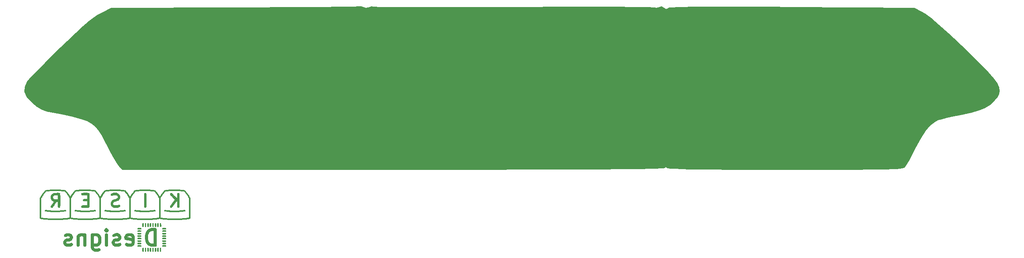
<source format=gbr>
%TF.GenerationSoftware,KiCad,Pcbnew,(7.0.0)*%
%TF.CreationDate,2023-05-06T02:31:30-05:00*%
%TF.ProjectId,Hull_V4N_Tray_Base,48756c6c-5f56-4344-9e5f-547261795f42,rev?*%
%TF.SameCoordinates,Original*%
%TF.FileFunction,Legend,Bot*%
%TF.FilePolarity,Positive*%
%FSLAX46Y46*%
G04 Gerber Fmt 4.6, Leading zero omitted, Abs format (unit mm)*
G04 Created by KiCad (PCBNEW (7.0.0)) date 2023-05-06 02:31:30*
%MOMM*%
%LPD*%
G01*
G04 APERTURE LIST*
G04 APERTURE END LIST*
%TO.C,G\u002A\u002A\u002A*%
G36*
X63524443Y-131197742D02*
G01*
X63532090Y-131201357D01*
X63563658Y-131221293D01*
X63586592Y-131248995D01*
X63602446Y-131289984D01*
X63612778Y-131349778D01*
X63619141Y-131433899D01*
X63623091Y-131547865D01*
X63624250Y-131599476D01*
X63625301Y-131719785D01*
X63622647Y-131811813D01*
X63615583Y-131880692D01*
X63603401Y-131931550D01*
X63585395Y-131969519D01*
X63560858Y-131999726D01*
X63534370Y-132021750D01*
X63471560Y-132046908D01*
X63407941Y-132042586D01*
X63350371Y-132011677D01*
X63305709Y-131957072D01*
X63280815Y-131881663D01*
X63279078Y-131868640D01*
X63273948Y-131800352D01*
X63271906Y-131714562D01*
X63272639Y-131618824D01*
X63275832Y-131520689D01*
X63281169Y-131427709D01*
X63288337Y-131347438D01*
X63297021Y-131287427D01*
X63306906Y-131255228D01*
X63320814Y-131236998D01*
X63379186Y-131194768D01*
X63450207Y-131180852D01*
X63524443Y-131197742D01*
G37*
G36*
X66171651Y-131184143D02*
G01*
X66238447Y-131221484D01*
X66288075Y-131264173D01*
X66288075Y-131960132D01*
X66238447Y-132002820D01*
X66214607Y-132020523D01*
X66145974Y-132045355D01*
X66076567Y-132036367D01*
X66012550Y-131993805D01*
X65960847Y-131942102D01*
X65960847Y-131282202D01*
X66012550Y-131230499D01*
X66035094Y-131210946D01*
X66101812Y-131180712D01*
X66171651Y-131184143D01*
G37*
G36*
X61660869Y-128499192D02*
G01*
X61752473Y-128500085D01*
X61818496Y-128502324D01*
X61864589Y-128506484D01*
X61896403Y-128513139D01*
X61919590Y-128522865D01*
X61939801Y-128536236D01*
X61981272Y-128578208D01*
X62007955Y-128641160D01*
X62004469Y-128706397D01*
X61971634Y-128766237D01*
X61910269Y-128812995D01*
X61901240Y-128817247D01*
X61868654Y-128828400D01*
X61825975Y-128836063D01*
X61766886Y-128840816D01*
X61685072Y-128843242D01*
X61574217Y-128843922D01*
X61536406Y-128843863D01*
X61435218Y-128842705D01*
X61361116Y-128839620D01*
X61307784Y-128834028D01*
X61268905Y-128825347D01*
X61238165Y-128812995D01*
X61188538Y-128778544D01*
X61149004Y-128721057D01*
X61138629Y-128656388D01*
X61158232Y-128592220D01*
X61208633Y-128536236D01*
X61223389Y-128526056D01*
X61245227Y-128515413D01*
X61274184Y-128507993D01*
X61315910Y-128503223D01*
X61376057Y-128500527D01*
X61460276Y-128499331D01*
X61574217Y-128499060D01*
X61660869Y-128499192D01*
G37*
G36*
X62962953Y-131188242D02*
G01*
X63025996Y-131230499D01*
X63077699Y-131282202D01*
X63077699Y-131942102D01*
X63025996Y-131993805D01*
X63007711Y-132010069D01*
X62942599Y-132042612D01*
X62875787Y-132043948D01*
X62815095Y-132015184D01*
X62768342Y-131957423D01*
X62767924Y-131956607D01*
X62757377Y-131927005D01*
X62749879Y-131882992D01*
X62745024Y-131819336D01*
X62742408Y-131730800D01*
X62741627Y-131612152D01*
X62741627Y-131607565D01*
X62742465Y-131490027D01*
X62745150Y-131402424D01*
X62750088Y-131339522D01*
X62757684Y-131296086D01*
X62768342Y-131266882D01*
X62780626Y-131246301D01*
X62832448Y-131197247D01*
X62895831Y-131177526D01*
X62962953Y-131188242D01*
G37*
G36*
X65074452Y-125825651D02*
G01*
X65126613Y-125843186D01*
X65178152Y-125881622D01*
X65181707Y-125885764D01*
X65194675Y-125903228D01*
X65204114Y-125923919D01*
X65210585Y-125953196D01*
X65214645Y-125996416D01*
X65216853Y-126058937D01*
X65217769Y-126146118D01*
X65217950Y-126263316D01*
X65217934Y-126323376D01*
X65217579Y-126425080D01*
X65216287Y-126499250D01*
X65213451Y-126551187D01*
X65208465Y-126586191D01*
X65200721Y-126609564D01*
X65189613Y-126626608D01*
X65174534Y-126642622D01*
X65142496Y-126666730D01*
X65075909Y-126686660D01*
X65004817Y-126678878D01*
X64940350Y-126643349D01*
X64890721Y-126600661D01*
X64890721Y-125922551D01*
X64950636Y-125869018D01*
X64990631Y-125837374D01*
X65028292Y-125823194D01*
X65074452Y-125825651D01*
G37*
G36*
X47860667Y-123021636D02*
G01*
X47931713Y-123026585D01*
X48024201Y-123034437D01*
X48141565Y-123045391D01*
X48287240Y-123059648D01*
X48464663Y-123077407D01*
X48515021Y-123082475D01*
X48678636Y-123098831D01*
X48817009Y-123112231D01*
X48936201Y-123122970D01*
X49042274Y-123131343D01*
X49141290Y-123137644D01*
X49239311Y-123142168D01*
X49342399Y-123145209D01*
X49456615Y-123147061D01*
X49588022Y-123148020D01*
X49742681Y-123148379D01*
X49926654Y-123148433D01*
X49980652Y-123148432D01*
X50155938Y-123148323D01*
X50303581Y-123147828D01*
X50429643Y-123146652D01*
X50540186Y-123144502D01*
X50641271Y-123141081D01*
X50738962Y-123136097D01*
X50839318Y-123129254D01*
X50948403Y-123120258D01*
X51072278Y-123108815D01*
X51217005Y-123094629D01*
X51388646Y-123077407D01*
X51564376Y-123059816D01*
X51710367Y-123045524D01*
X51828011Y-123034536D01*
X51920741Y-123026652D01*
X51991995Y-123021674D01*
X52045205Y-123019401D01*
X52083809Y-123019634D01*
X52111239Y-123022172D01*
X52130933Y-123026818D01*
X52146324Y-123033370D01*
X52166976Y-123045681D01*
X52216331Y-123097595D01*
X52236233Y-123161008D01*
X52225572Y-123228162D01*
X52183238Y-123291298D01*
X52172433Y-123301493D01*
X52131707Y-123331502D01*
X52099220Y-123344135D01*
X52074713Y-123346185D01*
X52019174Y-123351522D01*
X51936754Y-123359726D01*
X51831605Y-123370376D01*
X51707878Y-123383051D01*
X51569723Y-123397332D01*
X51421292Y-123412798D01*
X51315726Y-123423821D01*
X51179461Y-123437833D01*
X51062183Y-123449328D01*
X50958454Y-123458567D01*
X50862839Y-123465810D01*
X50769901Y-123471315D01*
X50674204Y-123475344D01*
X50570312Y-123478154D01*
X50452789Y-123480007D01*
X50316198Y-123481162D01*
X50155104Y-123481879D01*
X49964070Y-123482416D01*
X49152460Y-123484506D01*
X48445337Y-123413314D01*
X48393826Y-123408091D01*
X48241246Y-123392172D01*
X48100175Y-123376801D01*
X47974564Y-123362453D01*
X47868363Y-123349599D01*
X47785523Y-123338713D01*
X47729995Y-123330268D01*
X47705730Y-123324737D01*
X47665105Y-123292569D01*
X47629479Y-123231809D01*
X47618780Y-123161783D01*
X47636580Y-123094390D01*
X47664593Y-123062584D01*
X47706985Y-123033370D01*
X47722198Y-123026877D01*
X47741828Y-123022211D01*
X47769160Y-123019649D01*
X47807628Y-123019391D01*
X47860667Y-123021636D01*
G37*
G36*
X49345060Y-128034844D02*
G01*
X49397045Y-128038724D01*
X49437659Y-128045528D01*
X49473351Y-128055807D01*
X49510565Y-128070107D01*
X49607429Y-128109924D01*
X49686021Y-128070126D01*
X49768231Y-128039946D01*
X49869268Y-128033995D01*
X49966434Y-128062670D01*
X50057002Y-128125562D01*
X50062136Y-128130280D01*
X50082156Y-128148620D01*
X50099411Y-128166110D01*
X50114105Y-128185337D01*
X50126442Y-128208889D01*
X50136626Y-128239353D01*
X50144862Y-128279317D01*
X50151355Y-128331368D01*
X50156309Y-128398095D01*
X50159927Y-128482084D01*
X50162415Y-128585924D01*
X50163978Y-128712202D01*
X50164818Y-128863505D01*
X50165142Y-129042421D01*
X50165152Y-129251538D01*
X50165054Y-129493443D01*
X50165024Y-129575176D01*
X50164869Y-129800112D01*
X50164568Y-129993163D01*
X50164054Y-130156955D01*
X50163257Y-130294112D01*
X50162110Y-130407261D01*
X50160545Y-130499026D01*
X50158494Y-130572032D01*
X50155889Y-130628903D01*
X50152662Y-130672266D01*
X50148746Y-130704745D01*
X50144071Y-130728964D01*
X50138571Y-130747550D01*
X50132176Y-130763127D01*
X50098307Y-130823842D01*
X50050288Y-130874843D01*
X49979718Y-130920391D01*
X49968405Y-130926004D01*
X49905536Y-130942264D01*
X49818202Y-130944010D01*
X49786890Y-130941506D01*
X49686105Y-130916050D01*
X49606070Y-130863357D01*
X49542882Y-130781119D01*
X49502142Y-130710063D01*
X49484454Y-128817445D01*
X49378326Y-128760456D01*
X49351638Y-128746414D01*
X49300936Y-128723394D01*
X49253477Y-128710365D01*
X49196399Y-128704499D01*
X49116839Y-128702970D01*
X49059886Y-128704114D01*
X48949449Y-128717708D01*
X48864880Y-128748314D01*
X48801549Y-128798056D01*
X48754823Y-128869058D01*
X48753237Y-128872329D01*
X48744490Y-128891204D01*
X48737192Y-128910611D01*
X48731211Y-128933718D01*
X48726415Y-128963693D01*
X48722675Y-129003702D01*
X48719859Y-129056915D01*
X48717836Y-129126498D01*
X48716474Y-129215618D01*
X48715644Y-129327445D01*
X48715212Y-129465144D01*
X48715050Y-129631884D01*
X48715025Y-129830833D01*
X48715017Y-129909254D01*
X48714886Y-130096841D01*
X48714509Y-130253302D01*
X48713777Y-130381734D01*
X48712583Y-130485235D01*
X48710819Y-130566901D01*
X48708376Y-130629830D01*
X48705147Y-130677118D01*
X48701024Y-130711862D01*
X48695899Y-130737160D01*
X48689663Y-130756108D01*
X48682209Y-130771804D01*
X48620766Y-130853187D01*
X48540441Y-130910954D01*
X48448495Y-130943422D01*
X48352061Y-130949149D01*
X48258271Y-130926689D01*
X48174258Y-130874601D01*
X48150608Y-130854184D01*
X48128417Y-130834266D01*
X48109812Y-130814073D01*
X48094479Y-130790679D01*
X48082101Y-130761160D01*
X48072365Y-130722591D01*
X48064953Y-130672046D01*
X48059553Y-130606601D01*
X48055848Y-130523331D01*
X48053523Y-130419310D01*
X48052263Y-130291614D01*
X48051754Y-130137317D01*
X48051679Y-129953495D01*
X48051724Y-129737222D01*
X48051724Y-128764381D01*
X48172211Y-128530440D01*
X48216527Y-128447114D01*
X48268420Y-128357829D01*
X48311104Y-128294706D01*
X48342498Y-128261040D01*
X48373534Y-128241880D01*
X48430728Y-128210335D01*
X48503685Y-128172320D01*
X48583882Y-128132376D01*
X48775468Y-128039172D01*
X49094585Y-128034731D01*
X49181191Y-128033668D01*
X49275258Y-128033342D01*
X49345060Y-128034844D01*
G37*
G36*
X67071189Y-128492044D02*
G01*
X67145039Y-128494508D01*
X67192620Y-128498504D01*
X67224485Y-128504886D01*
X67297351Y-128537288D01*
X67342633Y-128589216D01*
X67358200Y-128658611D01*
X67350731Y-128724701D01*
X67320674Y-128780483D01*
X67263946Y-128818945D01*
X67262819Y-128819443D01*
X67230927Y-128829104D01*
X67183861Y-128835664D01*
X67116585Y-128839412D01*
X67024061Y-128840633D01*
X66901252Y-128839616D01*
X66594651Y-128835133D01*
X66543069Y-128777368D01*
X66522445Y-128751507D01*
X66494030Y-128686707D01*
X66500830Y-128622552D01*
X66542844Y-128557112D01*
X66594200Y-128499634D01*
X66852620Y-128492952D01*
X66881006Y-128492302D01*
X66980151Y-128491259D01*
X67071189Y-128492044D01*
G37*
G36*
X67094511Y-130102329D02*
G01*
X67176043Y-130106494D01*
X67235570Y-130115181D01*
X67278116Y-130129248D01*
X67308708Y-130149552D01*
X67332373Y-130176952D01*
X67345632Y-130201220D01*
X67358751Y-130267948D01*
X67348057Y-130336750D01*
X67314784Y-130392483D01*
X67306902Y-130400244D01*
X67291056Y-130413344D01*
X67271640Y-130422764D01*
X67243354Y-130429110D01*
X67200895Y-130432990D01*
X67138964Y-130435011D01*
X67052258Y-130435778D01*
X66935478Y-130435899D01*
X66905460Y-130435893D01*
X66795672Y-130435592D01*
X66714663Y-130434427D01*
X66657076Y-130431841D01*
X66617553Y-130427274D01*
X66590735Y-130420167D01*
X66571265Y-130409962D01*
X66553785Y-130396101D01*
X66520692Y-130354462D01*
X66497814Y-130292401D01*
X66494940Y-130250297D01*
X66507164Y-130212484D01*
X66541139Y-130168585D01*
X66594631Y-130108670D01*
X66899120Y-130103055D01*
X66985946Y-130101831D01*
X67094511Y-130102329D01*
G37*
G36*
X64526322Y-131178898D02*
G01*
X64583767Y-131191550D01*
X64635606Y-131230499D01*
X64687309Y-131282202D01*
X64687309Y-131942102D01*
X64635606Y-131993805D01*
X64629920Y-131999363D01*
X64578271Y-132035197D01*
X64519273Y-132045509D01*
X64512224Y-132045407D01*
X64454778Y-132032754D01*
X64402940Y-131993805D01*
X64351237Y-131942102D01*
X64351237Y-131282202D01*
X64402940Y-131230499D01*
X64408625Y-131224942D01*
X64460275Y-131189107D01*
X64519273Y-131178796D01*
X64526322Y-131178898D01*
G37*
G36*
X61705650Y-127429970D02*
G01*
X61802584Y-127433805D01*
X61873826Y-127441666D01*
X61924136Y-127454780D01*
X61958274Y-127474373D01*
X61980999Y-127501672D01*
X61997069Y-127537903D01*
X62003175Y-127560193D01*
X62003412Y-127630739D01*
X61978075Y-127693828D01*
X61930966Y-127737953D01*
X61923117Y-127741183D01*
X61877752Y-127750138D01*
X61806957Y-127757129D01*
X61718253Y-127762083D01*
X61619158Y-127764926D01*
X61517191Y-127765583D01*
X61419872Y-127763980D01*
X61334718Y-127760043D01*
X61269250Y-127753697D01*
X61230985Y-127744868D01*
X61205627Y-127729411D01*
X61163385Y-127677843D01*
X61143256Y-127611700D01*
X61150028Y-127542926D01*
X61151816Y-127537631D01*
X61167977Y-127501121D01*
X61190936Y-127473736D01*
X61225449Y-127454198D01*
X61276275Y-127441227D01*
X61348173Y-127433546D01*
X61445901Y-127429874D01*
X61574217Y-127428935D01*
X61578267Y-127428935D01*
X61705650Y-127429970D01*
G37*
G36*
X66995539Y-126898310D02*
G01*
X67097243Y-126898665D01*
X67171412Y-126899957D01*
X67223349Y-126902793D01*
X67258353Y-126907779D01*
X67281727Y-126915523D01*
X67298770Y-126926631D01*
X67314784Y-126941710D01*
X67344338Y-126985289D01*
X67358605Y-127051266D01*
X67348551Y-127119070D01*
X67316168Y-127178010D01*
X67263446Y-127217395D01*
X67240702Y-127221621D01*
X67186497Y-127225676D01*
X67108967Y-127228471D01*
X67014651Y-127229783D01*
X66910087Y-127229391D01*
X66594634Y-127225523D01*
X66541141Y-127165608D01*
X66509554Y-127125661D01*
X66495359Y-127087972D01*
X66497814Y-127041792D01*
X66515349Y-126989631D01*
X66553785Y-126938092D01*
X66557926Y-126934536D01*
X66575390Y-126921569D01*
X66596082Y-126912130D01*
X66625358Y-126905659D01*
X66668578Y-126901599D01*
X66731099Y-126899391D01*
X66818280Y-126898475D01*
X66935478Y-126898294D01*
X66995539Y-126898310D01*
G37*
G36*
X64578725Y-125835870D02*
G01*
X64644612Y-125881148D01*
X64649943Y-125886535D01*
X64663594Y-125902451D01*
X64673435Y-125921415D01*
X64680091Y-125948813D01*
X64684183Y-125990035D01*
X64686335Y-126050467D01*
X64687169Y-126135500D01*
X64687309Y-126250520D01*
X64687299Y-126302535D01*
X64686976Y-126404329D01*
X64685692Y-126478615D01*
X64682780Y-126530940D01*
X64677573Y-126566855D01*
X64669404Y-126591906D01*
X64657608Y-126611644D01*
X64641517Y-126631617D01*
X64613390Y-126660859D01*
X64574727Y-126681066D01*
X64519273Y-126686038D01*
X64476084Y-126683532D01*
X64434723Y-126668113D01*
X64397029Y-126631617D01*
X64393707Y-126627659D01*
X64378087Y-126607575D01*
X64366860Y-126586661D01*
X64359301Y-126559161D01*
X64354685Y-126519316D01*
X64352286Y-126461368D01*
X64351378Y-126379560D01*
X64351237Y-126268134D01*
X64351240Y-126257611D01*
X64352298Y-126131215D01*
X64356040Y-126034990D01*
X64363643Y-125964108D01*
X64376283Y-125913744D01*
X64395136Y-125879072D01*
X64421379Y-125855266D01*
X64456187Y-125837501D01*
X64507373Y-125824730D01*
X64578725Y-125835870D01*
G37*
G36*
X46772695Y-128148010D02*
G01*
X46782607Y-128152869D01*
X46875293Y-128199497D01*
X46945640Y-128239704D01*
X46999847Y-128279914D01*
X47044110Y-128326546D01*
X47084629Y-128386023D01*
X47127601Y-128464765D01*
X47179224Y-128569195D01*
X47179278Y-128569305D01*
X47218768Y-128651439D01*
X47245311Y-128711691D01*
X47261480Y-128759957D01*
X47269845Y-128806133D01*
X47272978Y-128860115D01*
X47273451Y-128931800D01*
X47273451Y-129100453D01*
X47152294Y-129335710D01*
X47125731Y-129387152D01*
X47082829Y-129467048D01*
X47045049Y-129527671D01*
X47006232Y-129574807D01*
X46960220Y-129614241D01*
X46900853Y-129651757D01*
X46821973Y-129693139D01*
X46717421Y-129744173D01*
X46548994Y-129825662D01*
X46283298Y-129834916D01*
X46180733Y-129839180D01*
X46085991Y-129846137D01*
X46016248Y-129857006D01*
X45965856Y-129873788D01*
X45929164Y-129898479D01*
X45900524Y-129933079D01*
X45874285Y-129979586D01*
X45831220Y-130064571D01*
X45866844Y-130134399D01*
X45893936Y-130177835D01*
X45935690Y-130217842D01*
X45992238Y-130246078D01*
X46068632Y-130264197D01*
X46169922Y-130273855D01*
X46301160Y-130276706D01*
X46536001Y-130276706D01*
X46692470Y-130201532D01*
X46774553Y-130164061D01*
X46837314Y-130141182D01*
X46890965Y-130130006D01*
X46946223Y-130127404D01*
X46959891Y-130127719D01*
X47060407Y-130143984D01*
X47141647Y-130187036D01*
X47210449Y-130260315D01*
X47252111Y-130333938D01*
X47276019Y-130435264D01*
X47265081Y-130540267D01*
X47260945Y-130554546D01*
X47233661Y-130617414D01*
X47190721Y-130673836D01*
X47127543Y-130727885D01*
X47039548Y-130783632D01*
X46922155Y-130845150D01*
X46711444Y-130948851D01*
X45889775Y-130948851D01*
X45674361Y-130842835D01*
X45661075Y-130836247D01*
X45577717Y-130792730D01*
X45503522Y-130750508D01*
X45446134Y-130714109D01*
X45413195Y-130688064D01*
X45411264Y-130685927D01*
X45384831Y-130648827D01*
X45348369Y-130588391D01*
X45306436Y-130512506D01*
X45263588Y-130429060D01*
X45159732Y-130218808D01*
X45159732Y-129892404D01*
X45263454Y-129682153D01*
X45267290Y-129674412D01*
X45310764Y-129590940D01*
X45353575Y-129515514D01*
X45390977Y-129456148D01*
X45418224Y-129420853D01*
X45420236Y-129418912D01*
X45458060Y-129390542D01*
X45519225Y-129352449D01*
X45595717Y-129309381D01*
X45679524Y-129266083D01*
X45889775Y-129162361D01*
X46126735Y-129162361D01*
X46192343Y-129162173D01*
X46272724Y-129160636D01*
X46330604Y-129156654D01*
X46373883Y-129149176D01*
X46410461Y-129137149D01*
X46448238Y-129119519D01*
X46478659Y-129102752D01*
X46530619Y-129060576D01*
X46565309Y-129004547D01*
X46577212Y-128977454D01*
X46588547Y-128940077D01*
X46584580Y-128907065D01*
X46565309Y-128860286D01*
X46561685Y-128852575D01*
X46512544Y-128785271D01*
X46439827Y-128738546D01*
X46341110Y-128711309D01*
X46213966Y-128702472D01*
X46204533Y-128702480D01*
X46136410Y-128703791D01*
X46083670Y-128709431D01*
X46034608Y-128722375D01*
X45977519Y-128745596D01*
X45900700Y-128782069D01*
X45822639Y-128817653D01*
X45728626Y-128850131D01*
X45648730Y-128861495D01*
X45575184Y-128852561D01*
X45500222Y-128824146D01*
X45496188Y-128822157D01*
X45415167Y-128763475D01*
X45358573Y-128685112D01*
X45327711Y-128593913D01*
X45323885Y-128496724D01*
X45348401Y-128400391D01*
X45402562Y-128311759D01*
X45435728Y-128282848D01*
X45494897Y-128242788D01*
X45572605Y-128196587D01*
X45661940Y-128148594D01*
X45876097Y-128039172D01*
X46550515Y-128039172D01*
X46772695Y-128148010D01*
G37*
G36*
X71363753Y-123019634D02*
G01*
X71391184Y-123022172D01*
X71410877Y-123026818D01*
X71426268Y-123033370D01*
X71446920Y-123045681D01*
X71496275Y-123097595D01*
X71516177Y-123161008D01*
X71505516Y-123228162D01*
X71463182Y-123291298D01*
X71452377Y-123301493D01*
X71411651Y-123331502D01*
X71379164Y-123344135D01*
X71354657Y-123346185D01*
X71299118Y-123351522D01*
X71216698Y-123359726D01*
X71111549Y-123370376D01*
X70987822Y-123383051D01*
X70849667Y-123397332D01*
X70701237Y-123412798D01*
X70595670Y-123423821D01*
X70459406Y-123437833D01*
X70342127Y-123449328D01*
X70238399Y-123458567D01*
X70142783Y-123465810D01*
X70049845Y-123471315D01*
X69954149Y-123475344D01*
X69850256Y-123478154D01*
X69732733Y-123480007D01*
X69596142Y-123481162D01*
X69435048Y-123481879D01*
X69244014Y-123482416D01*
X68432404Y-123484506D01*
X67725282Y-123413314D01*
X67673770Y-123408091D01*
X67521190Y-123392172D01*
X67380119Y-123376801D01*
X67254508Y-123362453D01*
X67148307Y-123349599D01*
X67065467Y-123338713D01*
X67009940Y-123330268D01*
X66985675Y-123324737D01*
X66952175Y-123300804D01*
X66913993Y-123245925D01*
X66899963Y-123181560D01*
X66909686Y-123116895D01*
X66942762Y-123061114D01*
X66998790Y-123023403D01*
X67014909Y-123020687D01*
X67061139Y-123020070D01*
X67135885Y-123023366D01*
X67240462Y-123030669D01*
X67376189Y-123042076D01*
X67544384Y-123057683D01*
X67746363Y-123077583D01*
X67795384Y-123082517D01*
X67958827Y-123098856D01*
X68097067Y-123112244D01*
X68216160Y-123122975D01*
X68322164Y-123131342D01*
X68421138Y-123137640D01*
X68519140Y-123142163D01*
X68622228Y-123145204D01*
X68736460Y-123147058D01*
X68867894Y-123148018D01*
X69022587Y-123148379D01*
X69206599Y-123148433D01*
X69260596Y-123148432D01*
X69435882Y-123148323D01*
X69583525Y-123147828D01*
X69709587Y-123146652D01*
X69820130Y-123144502D01*
X69921216Y-123141081D01*
X70018906Y-123136097D01*
X70119262Y-123129254D01*
X70228347Y-123120258D01*
X70352222Y-123108815D01*
X70496949Y-123094629D01*
X70668590Y-123077407D01*
X70844320Y-123059816D01*
X70990311Y-123045524D01*
X71107955Y-123034536D01*
X71200686Y-123026652D01*
X71271939Y-123021674D01*
X71325150Y-123019401D01*
X71363753Y-123019634D01*
G37*
G36*
X62966283Y-119348170D02*
G01*
X62969611Y-119349868D01*
X62995037Y-119362139D01*
X63017280Y-119373075D01*
X63036551Y-119384971D01*
X63053063Y-119400121D01*
X63067028Y-119420820D01*
X63078657Y-119449362D01*
X63088162Y-119488042D01*
X63095754Y-119539153D01*
X63101647Y-119604991D01*
X63106052Y-119687848D01*
X63109180Y-119790021D01*
X63111244Y-119913803D01*
X63112455Y-120061489D01*
X63113025Y-120235372D01*
X63113166Y-120437748D01*
X63113090Y-120670911D01*
X63113009Y-120937155D01*
X63113007Y-120979489D01*
X63112966Y-121232039D01*
X63112840Y-121451950D01*
X63112572Y-121641593D01*
X63112106Y-121803337D01*
X63111385Y-121939553D01*
X63110354Y-122052609D01*
X63108955Y-122144876D01*
X63107134Y-122218724D01*
X63104832Y-122276521D01*
X63101994Y-122320639D01*
X63098564Y-122353446D01*
X63094486Y-122377312D01*
X63089702Y-122394608D01*
X63084157Y-122407702D01*
X63077795Y-122418964D01*
X63076584Y-122420917D01*
X63035006Y-122471030D01*
X62984999Y-122511760D01*
X62914950Y-122540682D01*
X62826914Y-122546724D01*
X62741567Y-122524507D01*
X62667528Y-122476503D01*
X62613416Y-122405184D01*
X62611803Y-122401853D01*
X62606360Y-122387904D01*
X62601632Y-122369448D01*
X62597569Y-122344112D01*
X62594120Y-122309519D01*
X62591236Y-122263297D01*
X62588867Y-122203070D01*
X62586963Y-122126463D01*
X62585474Y-122031103D01*
X62584350Y-121914614D01*
X62583542Y-121774621D01*
X62582998Y-121608752D01*
X62582671Y-121414630D01*
X62582508Y-121189881D01*
X62582462Y-120932130D01*
X62582442Y-120768429D01*
X62582409Y-120527084D01*
X62582513Y-120317317D01*
X62582913Y-120136772D01*
X62583768Y-119983090D01*
X62585235Y-119853913D01*
X62587476Y-119746881D01*
X62590647Y-119659638D01*
X62594909Y-119589825D01*
X62600420Y-119535084D01*
X62607338Y-119493056D01*
X62615824Y-119461383D01*
X62626035Y-119437706D01*
X62638130Y-119419669D01*
X62652269Y-119404912D01*
X62668611Y-119391077D01*
X62687313Y-119375806D01*
X62704518Y-119362394D01*
X62786679Y-119323328D01*
X62875084Y-119318473D01*
X62966283Y-119348170D01*
G37*
G36*
X54286496Y-123020454D02*
G01*
X54358444Y-123025498D01*
X54451948Y-123033444D01*
X54570415Y-123044493D01*
X54717250Y-123058846D01*
X54895860Y-123076703D01*
X54932780Y-123080415D01*
X55101382Y-123097273D01*
X55243631Y-123111086D01*
X55365698Y-123122158D01*
X55473758Y-123130792D01*
X55573983Y-123137291D01*
X55672547Y-123141959D01*
X55775621Y-123145098D01*
X55889380Y-123147012D01*
X56019996Y-123148004D01*
X56173642Y-123148377D01*
X56356491Y-123148433D01*
X56389199Y-123148433D01*
X56566938Y-123148341D01*
X56716471Y-123147880D01*
X56843949Y-123146750D01*
X56955521Y-123144650D01*
X57057334Y-123141280D01*
X57155538Y-123136340D01*
X57256282Y-123129530D01*
X57365716Y-123120550D01*
X57489988Y-123109099D01*
X57635247Y-123094877D01*
X57807642Y-123077583D01*
X57952886Y-123063173D01*
X58131035Y-123046294D01*
X58276322Y-123033643D01*
X58390067Y-123025123D01*
X58473585Y-123020641D01*
X58528195Y-123020099D01*
X58555215Y-123023403D01*
X58559803Y-123025229D01*
X58614527Y-123064282D01*
X58646256Y-123120277D01*
X58655208Y-123184270D01*
X58641603Y-123247314D01*
X58605659Y-123300467D01*
X58547595Y-123334783D01*
X58547591Y-123334784D01*
X58521591Y-123339351D01*
X58464592Y-123346957D01*
X58380793Y-123357122D01*
X58274394Y-123369360D01*
X58149594Y-123383190D01*
X58010591Y-123398129D01*
X57861586Y-123413693D01*
X57753468Y-123424805D01*
X57617542Y-123438547D01*
X57500293Y-123449829D01*
X57396317Y-123458904D01*
X57300207Y-123466026D01*
X57206560Y-123471447D01*
X57109968Y-123475421D01*
X57005027Y-123478200D01*
X56886332Y-123480039D01*
X56748477Y-123481189D01*
X56586057Y-123481904D01*
X56393666Y-123482438D01*
X55573212Y-123484506D01*
X54863652Y-123413398D01*
X54782614Y-123405267D01*
X54610152Y-123387739D01*
X54468401Y-123372631D01*
X54354183Y-123359196D01*
X54264318Y-123346688D01*
X54195629Y-123334361D01*
X54144935Y-123321468D01*
X54109058Y-123307264D01*
X54084819Y-123291000D01*
X54069039Y-123271932D01*
X54058540Y-123249313D01*
X54050141Y-123222396D01*
X54047843Y-123213369D01*
X54048111Y-123142036D01*
X54077442Y-123077714D01*
X54131065Y-123031649D01*
X54146140Y-123025288D01*
X54165927Y-123020730D01*
X54193644Y-123018271D01*
X54232699Y-123018112D01*
X54286496Y-123020454D01*
G37*
G36*
X63493692Y-125828667D02*
G01*
X63559131Y-125870681D01*
X63616609Y-125922038D01*
X63623292Y-126180457D01*
X63623818Y-126201723D01*
X63625587Y-126334000D01*
X63623447Y-126436490D01*
X63616785Y-126513967D01*
X63604985Y-126571202D01*
X63587430Y-126612968D01*
X63563507Y-126644039D01*
X63526761Y-126670176D01*
X63460512Y-126687372D01*
X63392092Y-126678573D01*
X63334544Y-126643794D01*
X63319795Y-126627457D01*
X63300572Y-126596774D01*
X63286987Y-126556806D01*
X63278341Y-126502349D01*
X63273938Y-126428196D01*
X63273079Y-126329143D01*
X63275067Y-126199984D01*
X63281111Y-125922497D01*
X63338876Y-125870911D01*
X63364741Y-125850282D01*
X63429539Y-125821867D01*
X63493692Y-125828667D01*
G37*
G36*
X62421767Y-131184131D02*
G01*
X62488586Y-131221448D01*
X62538214Y-131264099D01*
X62543711Y-131602026D01*
X62549208Y-131939952D01*
X62496430Y-131992730D01*
X62461599Y-132021258D01*
X62394632Y-132046435D01*
X62326781Y-132037291D01*
X62262689Y-131993805D01*
X62210986Y-131942102D01*
X62210986Y-131282202D01*
X62262689Y-131230499D01*
X62285189Y-131210980D01*
X62351911Y-131180725D01*
X62421767Y-131184131D01*
G37*
G36*
X66192793Y-125837842D02*
G01*
X66196526Y-125839414D01*
X66230086Y-125857403D01*
X66255317Y-125881940D01*
X66273372Y-125917826D01*
X66285405Y-125969860D01*
X66292571Y-126042842D01*
X66296024Y-126141573D01*
X66296919Y-126270852D01*
X66296919Y-126582631D01*
X66245216Y-126634334D01*
X66197650Y-126669999D01*
X66130235Y-126689019D01*
X66064164Y-126676198D01*
X66006639Y-126631617D01*
X66000023Y-126623702D01*
X65985569Y-126604370D01*
X65975195Y-126583172D01*
X65968225Y-126554522D01*
X65963982Y-126512836D01*
X65961789Y-126452528D01*
X65960969Y-126368014D01*
X65960847Y-126253710D01*
X65960985Y-126165382D01*
X65961882Y-126072293D01*
X65964078Y-126005056D01*
X65968102Y-125958189D01*
X65974484Y-125926208D01*
X65983753Y-125903631D01*
X65996438Y-125884976D01*
X66051056Y-125841514D01*
X66120431Y-125824695D01*
X66192793Y-125837842D01*
G37*
G36*
X62442933Y-125837842D02*
G01*
X62445208Y-125838794D01*
X62479225Y-125856724D01*
X62504810Y-125881092D01*
X62523129Y-125916716D01*
X62535347Y-125968414D01*
X62542630Y-126041004D01*
X62546146Y-126139305D01*
X62547058Y-126268134D01*
X62547057Y-126290558D01*
X62546832Y-126396247D01*
X62545710Y-126473352D01*
X62542966Y-126527628D01*
X62537875Y-126564835D01*
X62529712Y-126590731D01*
X62517751Y-126611072D01*
X62501266Y-126631617D01*
X62473139Y-126660859D01*
X62434476Y-126681066D01*
X62379022Y-126686038D01*
X62335834Y-126683532D01*
X62294473Y-126668113D01*
X62256778Y-126631617D01*
X62250162Y-126623702D01*
X62235708Y-126604370D01*
X62225334Y-126583172D01*
X62218364Y-126554522D01*
X62214121Y-126512836D01*
X62211928Y-126452528D01*
X62211109Y-126368014D01*
X62210986Y-126253710D01*
X62211124Y-126165382D01*
X62212021Y-126072293D01*
X62214217Y-126005056D01*
X62218242Y-125958189D01*
X62224624Y-125926208D01*
X62233893Y-125903631D01*
X62246577Y-125884976D01*
X62301195Y-125841514D01*
X62370570Y-125824695D01*
X62442933Y-125837842D01*
G37*
G36*
X68536631Y-119336324D02*
G01*
X68561053Y-119351131D01*
X68607596Y-119388084D01*
X68674201Y-119446901D01*
X68761704Y-119528361D01*
X68870940Y-119633245D01*
X69002746Y-119762333D01*
X69157957Y-119916407D01*
X69710707Y-120467946D01*
X69710707Y-120003444D01*
X69711022Y-119852690D01*
X69712457Y-119729846D01*
X69715725Y-119633789D01*
X69721542Y-119560187D01*
X69730620Y-119504704D01*
X69743672Y-119463007D01*
X69761414Y-119430762D01*
X69784557Y-119403637D01*
X69813816Y-119377295D01*
X69819833Y-119372488D01*
X69878024Y-119339160D01*
X69940532Y-119318997D01*
X70003067Y-119318446D01*
X70085908Y-119342458D01*
X70160436Y-119388813D01*
X70214519Y-119451637D01*
X70219938Y-119461546D01*
X70225837Y-119475063D01*
X70230939Y-119492298D01*
X70235314Y-119515686D01*
X70239032Y-119547661D01*
X70242163Y-119590661D01*
X70244778Y-119647118D01*
X70246945Y-119719470D01*
X70248736Y-119810151D01*
X70250220Y-119921596D01*
X70251468Y-120056241D01*
X70252550Y-120216521D01*
X70253535Y-120404871D01*
X70254493Y-120623727D01*
X70255496Y-120875523D01*
X70255607Y-120904818D01*
X70256273Y-121122138D01*
X70256632Y-121330207D01*
X70256698Y-121526124D01*
X70256481Y-121706984D01*
X70255993Y-121869887D01*
X70255245Y-122011927D01*
X70254248Y-122130204D01*
X70253013Y-122221814D01*
X70251553Y-122283854D01*
X70249878Y-122313421D01*
X70235196Y-122364754D01*
X70197197Y-122433859D01*
X70146401Y-122493157D01*
X70091967Y-122530080D01*
X70079804Y-122533910D01*
X70031326Y-122542121D01*
X69972981Y-122545920D01*
X69920732Y-122542932D01*
X69870406Y-122526211D01*
X69814502Y-122489199D01*
X69786879Y-122465885D01*
X69747242Y-122423155D01*
X69726450Y-122387493D01*
X69725208Y-122380282D01*
X69722162Y-122339361D01*
X69719336Y-122269670D01*
X69716842Y-122175942D01*
X69714791Y-122062908D01*
X69713297Y-121935301D01*
X69712470Y-121797853D01*
X69710707Y-121252078D01*
X69668186Y-121201544D01*
X69625665Y-121151011D01*
X69128187Y-121814222D01*
X69101278Y-121850055D01*
X68982320Y-122007362D01*
X68875518Y-122146753D01*
X68782297Y-122266435D01*
X68704083Y-122364611D01*
X68642302Y-122439489D01*
X68598378Y-122489274D01*
X68573738Y-122512171D01*
X68514550Y-122536350D01*
X68437170Y-122546908D01*
X68364703Y-122537507D01*
X68284036Y-122500239D01*
X68222345Y-122440088D01*
X68183594Y-122362937D01*
X68171748Y-122274668D01*
X68190768Y-122181166D01*
X68190980Y-122180640D01*
X68206140Y-122155528D01*
X68240369Y-122105308D01*
X68291514Y-122032954D01*
X68357421Y-121941438D01*
X68435934Y-121833732D01*
X68524901Y-121712810D01*
X68622166Y-121581644D01*
X68725576Y-121443206D01*
X69241465Y-120755040D01*
X68735534Y-120258108D01*
X68702060Y-120225187D01*
X68592016Y-120116346D01*
X68489957Y-120014488D01*
X68398777Y-119922562D01*
X68321370Y-119843518D01*
X68260630Y-119780303D01*
X68219451Y-119735866D01*
X68200727Y-119713157D01*
X68196977Y-119706312D01*
X68179115Y-119652760D01*
X68171849Y-119592885D01*
X68185461Y-119506187D01*
X68226015Y-119427450D01*
X68287489Y-119366818D01*
X68363804Y-119328569D01*
X68448878Y-119316979D01*
X68536631Y-119336324D01*
G37*
G36*
X66996937Y-130648173D02*
G01*
X67098183Y-130648541D01*
X67172020Y-130649852D01*
X67223725Y-130652707D01*
X67258576Y-130657706D01*
X67281851Y-130665450D01*
X67298827Y-130676538D01*
X67314784Y-130691571D01*
X67344010Y-130731494D01*
X67358200Y-130798862D01*
X67350706Y-130865048D01*
X67320638Y-130920745D01*
X67263946Y-130959031D01*
X67232381Y-130968771D01*
X67185216Y-130975458D01*
X67117612Y-130979320D01*
X67024607Y-130980640D01*
X66901242Y-130979701D01*
X66594633Y-130975383D01*
X66543060Y-130917618D01*
X66521184Y-130889926D01*
X66493213Y-130824477D01*
X66500549Y-130761147D01*
X66543191Y-130699858D01*
X66594894Y-130648155D01*
X66933131Y-130648155D01*
X66996937Y-130648173D01*
G37*
G36*
X65633321Y-125828332D02*
G01*
X65699669Y-125870895D01*
X65757434Y-125922465D01*
X65763154Y-126201701D01*
X65764691Y-126293300D01*
X65764799Y-126400594D01*
X65761750Y-126481373D01*
X65754845Y-126540860D01*
X65743384Y-126584276D01*
X65726670Y-126616847D01*
X65704002Y-126643794D01*
X65667026Y-126670213D01*
X65600569Y-126687496D01*
X65531890Y-126678277D01*
X65473622Y-126642622D01*
X65465434Y-126634294D01*
X65452486Y-126618477D01*
X65443176Y-126598951D01*
X65436906Y-126570439D01*
X65433074Y-126527663D01*
X65431080Y-126465344D01*
X65430324Y-126378206D01*
X65430206Y-126260969D01*
X65430206Y-125922732D01*
X65481909Y-125871028D01*
X65506999Y-125849123D01*
X65569123Y-125821074D01*
X65633321Y-125828332D01*
G37*
G36*
X44540647Y-120725174D02*
G01*
X44540585Y-120937155D01*
X44540583Y-120979489D01*
X44540543Y-121232039D01*
X44540416Y-121451950D01*
X44540148Y-121641593D01*
X44539682Y-121803337D01*
X44538962Y-121939553D01*
X44537930Y-122052609D01*
X44536532Y-122144876D01*
X44534710Y-122218724D01*
X44532409Y-122276521D01*
X44529571Y-122320639D01*
X44526141Y-122353446D01*
X44522062Y-122377312D01*
X44517279Y-122394608D01*
X44511734Y-122407702D01*
X44505371Y-122418964D01*
X44504161Y-122420917D01*
X44462583Y-122471030D01*
X44412575Y-122511760D01*
X44383885Y-122526378D01*
X44298831Y-122546238D01*
X44210290Y-122539662D01*
X44132021Y-122506890D01*
X44103132Y-122486736D01*
X44076270Y-122463694D01*
X44055142Y-122436755D01*
X44039060Y-122401986D01*
X44027336Y-122355451D01*
X44019283Y-122293215D01*
X44014215Y-122211343D01*
X44011443Y-122105901D01*
X44010280Y-121972954D01*
X44010038Y-121808566D01*
X44010011Y-121273503D01*
X43770774Y-121273503D01*
X43349149Y-121876226D01*
X43303486Y-121941348D01*
X43187986Y-122104445D01*
X43089222Y-122241322D01*
X43007707Y-122351294D01*
X42943956Y-122433675D01*
X42898481Y-122487782D01*
X42871797Y-122512928D01*
X42836710Y-122530834D01*
X42751689Y-122549792D01*
X42667802Y-122539564D01*
X42591429Y-122503848D01*
X42528953Y-122446343D01*
X42486756Y-122370748D01*
X42471219Y-122280761D01*
X42471260Y-122264875D01*
X42472397Y-122241702D01*
X42476537Y-122218576D01*
X42485603Y-122192273D01*
X42501520Y-122159571D01*
X42526211Y-122117246D01*
X42561599Y-122062075D01*
X42609609Y-121990836D01*
X42672163Y-121900305D01*
X42751186Y-121787259D01*
X42848602Y-121648476D01*
X42852852Y-121642422D01*
X42925284Y-121538976D01*
X42990419Y-121445427D01*
X43045637Y-121365578D01*
X43088321Y-121303231D01*
X43115851Y-121262188D01*
X43125610Y-121246251D01*
X43119633Y-121241114D01*
X43088437Y-121222537D01*
X43036570Y-121194486D01*
X42970840Y-121160722D01*
X42939717Y-121144580D01*
X42816314Y-121066888D01*
X42714955Y-120975539D01*
X42628697Y-120863299D01*
X42550599Y-120722936D01*
X42471153Y-120559706D01*
X42471153Y-120295535D01*
X43002207Y-120295535D01*
X43002273Y-120304251D01*
X43014192Y-120425378D01*
X43048505Y-120522687D01*
X43108029Y-120601595D01*
X43195579Y-120667520D01*
X43292081Y-120725174D01*
X44010011Y-120725174D01*
X44010011Y-119858461D01*
X43655662Y-119858461D01*
X43608366Y-119858479D01*
X43498336Y-119858884D01*
X43415914Y-119860247D01*
X43355386Y-119863121D01*
X43311035Y-119868057D01*
X43277145Y-119875610D01*
X43248000Y-119886329D01*
X43217884Y-119900770D01*
X43185500Y-119918515D01*
X43101582Y-119983656D01*
X43044576Y-120065433D01*
X43012208Y-120168006D01*
X43002207Y-120295535D01*
X42471153Y-120295535D01*
X42471153Y-120023930D01*
X42550599Y-119860699D01*
X42588315Y-119787668D01*
X42664878Y-119667808D01*
X42752437Y-119570384D01*
X42859094Y-119487139D01*
X42992950Y-119409816D01*
X43169830Y-119318977D01*
X43744691Y-119313683D01*
X43877777Y-119312486D01*
X44009227Y-119311532D01*
X44112748Y-119311323D01*
X44192411Y-119312083D01*
X44252284Y-119314035D01*
X44296439Y-119317403D01*
X44328947Y-119322410D01*
X44353877Y-119329280D01*
X44375299Y-119338235D01*
X44397284Y-119349500D01*
X44399583Y-119350708D01*
X44424541Y-119363144D01*
X44446380Y-119374207D01*
X44465306Y-119386193D01*
X44481528Y-119401399D01*
X44495252Y-119422122D01*
X44506685Y-119450659D01*
X44516036Y-119489306D01*
X44523511Y-119540360D01*
X44529317Y-119606119D01*
X44533663Y-119688878D01*
X44536755Y-119790936D01*
X44538800Y-119914588D01*
X44540006Y-120062131D01*
X44540580Y-120235863D01*
X44540730Y-120438079D01*
X44540663Y-120671078D01*
X44540647Y-120725174D01*
G37*
G36*
X66974698Y-127428944D02*
G01*
X67076492Y-127429268D01*
X67150777Y-127430552D01*
X67203103Y-127433464D01*
X67239017Y-127438671D01*
X67264069Y-127446840D01*
X67283807Y-127458636D01*
X67303779Y-127474727D01*
X67333021Y-127502854D01*
X67353228Y-127541517D01*
X67358200Y-127596971D01*
X67355694Y-127640160D01*
X67340275Y-127681520D01*
X67303779Y-127719215D01*
X67299822Y-127722537D01*
X67279737Y-127738157D01*
X67258824Y-127749384D01*
X67231323Y-127756943D01*
X67191478Y-127761559D01*
X67133530Y-127763958D01*
X67051722Y-127764866D01*
X66940296Y-127765007D01*
X66929773Y-127765003D01*
X66803378Y-127763946D01*
X66707152Y-127760204D01*
X66636271Y-127752601D01*
X66585907Y-127739961D01*
X66551235Y-127721108D01*
X66527429Y-127694865D01*
X66509663Y-127660057D01*
X66496893Y-127608871D01*
X66508032Y-127537519D01*
X66553311Y-127471632D01*
X66558697Y-127466301D01*
X66574614Y-127452650D01*
X66593577Y-127442809D01*
X66620975Y-127436153D01*
X66662197Y-127432061D01*
X66722630Y-127429909D01*
X66807662Y-127429075D01*
X66922683Y-127428935D01*
X66974698Y-127428944D01*
G37*
G36*
X66959429Y-127962830D02*
G01*
X67272901Y-127968420D01*
X67315551Y-128018048D01*
X67336398Y-128047655D01*
X67358547Y-128117295D01*
X67350215Y-128187612D01*
X67311568Y-128249016D01*
X67264936Y-128295648D01*
X66933661Y-128295648D01*
X66829080Y-128295459D01*
X66738682Y-128294477D01*
X66673485Y-128292183D01*
X66628076Y-128288058D01*
X66597041Y-128281582D01*
X66574967Y-128272238D01*
X66556438Y-128259505D01*
X66514557Y-128207675D01*
X66497859Y-128142979D01*
X66506504Y-128076574D01*
X66539141Y-128018448D01*
X66594420Y-127978587D01*
X66599761Y-127976637D01*
X66644110Y-127968390D01*
X66717446Y-127963400D01*
X66821856Y-127961577D01*
X66959429Y-127962830D01*
G37*
G36*
X54535760Y-128041555D02*
G01*
X54638151Y-128068649D01*
X54722084Y-128125634D01*
X54786089Y-128211650D01*
X54826237Y-128286804D01*
X54826237Y-129480745D01*
X54826186Y-129584121D01*
X54825799Y-129783264D01*
X54825057Y-129971349D01*
X54823993Y-130145337D01*
X54822641Y-130302189D01*
X54821034Y-130438865D01*
X54819205Y-130552324D01*
X54817187Y-130639527D01*
X54815012Y-130697434D01*
X54812715Y-130723005D01*
X54789143Y-130772858D01*
X54743229Y-130833832D01*
X54687191Y-130888688D01*
X54631997Y-130925160D01*
X54615409Y-130931257D01*
X54550170Y-130942603D01*
X54468712Y-130943899D01*
X54451491Y-130942920D01*
X54386996Y-130934843D01*
X54338943Y-130917260D01*
X54291832Y-130885011D01*
X54276348Y-130871665D01*
X54226678Y-130817681D01*
X54189468Y-130761991D01*
X54183521Y-130749642D01*
X54177417Y-130733795D01*
X54172221Y-130714054D01*
X54167859Y-130687795D01*
X54164258Y-130652396D01*
X54161346Y-130605233D01*
X54159050Y-130543682D01*
X54157297Y-130465119D01*
X54156014Y-130366922D01*
X54155127Y-130246467D01*
X54154565Y-130101129D01*
X54154253Y-129928286D01*
X54154120Y-129725314D01*
X54154092Y-129489589D01*
X54154092Y-128286804D01*
X54202577Y-128204325D01*
X54229269Y-128163605D01*
X54299402Y-128092796D01*
X54385211Y-128052259D01*
X54491456Y-128039275D01*
X54535760Y-128041555D01*
G37*
G36*
X53375819Y-129888579D02*
G01*
X53375819Y-130073294D01*
X53267121Y-130285550D01*
X53221871Y-130371578D01*
X53177856Y-130447056D01*
X53135171Y-130508099D01*
X53087035Y-130564287D01*
X53026666Y-130625202D01*
X53010102Y-130641059D01*
X52941478Y-130702013D01*
X52873627Y-130752145D01*
X52795229Y-130799150D01*
X52694967Y-130850724D01*
X52495027Y-130948851D01*
X52135040Y-130948851D01*
X52060676Y-130948801D01*
X51949766Y-130949202D01*
X51868973Y-130951859D01*
X51814899Y-130958676D01*
X51784145Y-130971557D01*
X51773311Y-130992407D01*
X51778999Y-131023130D01*
X51797809Y-131065631D01*
X51826344Y-131121814D01*
X51838182Y-131144627D01*
X51879485Y-131212370D01*
X51925626Y-131263734D01*
X51986205Y-131307826D01*
X52070823Y-131353755D01*
X52126655Y-131379818D01*
X52182039Y-131398177D01*
X52241453Y-131406672D01*
X52320509Y-131408740D01*
X52387082Y-131407511D01*
X52439810Y-131401870D01*
X52490012Y-131388883D01*
X52549023Y-131365618D01*
X52628178Y-131329144D01*
X52666323Y-131311710D01*
X52788438Y-131266970D01*
X52892305Y-131249351D01*
X52981697Y-131259096D01*
X53060384Y-131296449D01*
X53132140Y-131361653D01*
X53152275Y-131386598D01*
X53202174Y-131480897D01*
X53219444Y-131581260D01*
X53203770Y-131681945D01*
X53154841Y-131777213D01*
X53151798Y-131781326D01*
X53117949Y-131818159D01*
X53069693Y-131855458D01*
X53000880Y-131897439D01*
X52905362Y-131948320D01*
X52902263Y-131949904D01*
X52822138Y-131990104D01*
X52749946Y-132024996D01*
X52693493Y-132050887D01*
X52660586Y-132064086D01*
X52640213Y-132067504D01*
X52586504Y-132071839D01*
X52509371Y-132075463D01*
X52415739Y-132078073D01*
X52312532Y-132079364D01*
X52009831Y-132080885D01*
X51790736Y-131973541D01*
X51659048Y-131904541D01*
X51543036Y-131830506D01*
X51447870Y-131750339D01*
X51366413Y-131656943D01*
X51291526Y-131543220D01*
X51216072Y-131402072D01*
X51102908Y-131174305D01*
X51103296Y-129739398D01*
X51103358Y-129561790D01*
X51103407Y-129489589D01*
X51775053Y-129489589D01*
X51775092Y-129650347D01*
X51775316Y-129804820D01*
X51775869Y-129929919D01*
X51776894Y-130028853D01*
X51778532Y-130104832D01*
X51780929Y-130161066D01*
X51784225Y-130200765D01*
X51788564Y-130227137D01*
X51794088Y-130243393D01*
X51800941Y-130252743D01*
X51809266Y-130258396D01*
X51812723Y-130259849D01*
X51849052Y-130266418D01*
X51911916Y-130271587D01*
X51993966Y-130274896D01*
X52087852Y-130275883D01*
X52175264Y-130275266D01*
X52250714Y-130273220D01*
X52305217Y-130268721D01*
X52346536Y-130260690D01*
X52382432Y-130248053D01*
X52420666Y-130229734D01*
X52446920Y-130215780D01*
X52536076Y-130156215D01*
X52603763Y-130084589D01*
X52661125Y-129989780D01*
X52712518Y-129888579D01*
X52712518Y-129108288D01*
X52657533Y-128998242D01*
X52644142Y-128971920D01*
X52599631Y-128894900D01*
X52554441Y-128839269D01*
X52499464Y-128795423D01*
X52425592Y-128753764D01*
X52423210Y-128752558D01*
X52381026Y-128732199D01*
X52343871Y-128718263D01*
X52303666Y-128709535D01*
X52252328Y-128704802D01*
X52181778Y-128702853D01*
X52083935Y-128702472D01*
X52063688Y-128702536D01*
X51973967Y-128704375D01*
X51896524Y-128708371D01*
X51839058Y-128714011D01*
X51809266Y-128720783D01*
X51801938Y-128725559D01*
X51794902Y-128734246D01*
X51789212Y-128749422D01*
X51784727Y-128774297D01*
X51781303Y-128812079D01*
X51778798Y-128865980D01*
X51777069Y-128939208D01*
X51775973Y-129034973D01*
X51775366Y-129156485D01*
X51775107Y-129306954D01*
X51775053Y-129489589D01*
X51103407Y-129489589D01*
X51103520Y-129324570D01*
X51103809Y-129118756D01*
X51104278Y-128941970D01*
X51104979Y-128791832D01*
X51105964Y-128665966D01*
X51107285Y-128561993D01*
X51108993Y-128477536D01*
X51111140Y-128410216D01*
X51113779Y-128357655D01*
X51116960Y-128317475D01*
X51120737Y-128287299D01*
X51125160Y-128264747D01*
X51130283Y-128247443D01*
X51136155Y-128233008D01*
X51148353Y-128208774D01*
X51210660Y-128127765D01*
X51291665Y-128069815D01*
X51384136Y-128038988D01*
X51480841Y-128039346D01*
X51490010Y-128040876D01*
X51556036Y-128047418D01*
X51615861Y-128047375D01*
X51630768Y-128046554D01*
X51682520Y-128045045D01*
X51760566Y-128043626D01*
X51859003Y-128042378D01*
X51971928Y-128041384D01*
X52093437Y-128040726D01*
X52509106Y-128039172D01*
X52722739Y-128149573D01*
X52797967Y-128189978D01*
X52926138Y-128269842D01*
X53030484Y-128354571D01*
X53118325Y-128451646D01*
X53196980Y-128568549D01*
X53273770Y-128712761D01*
X53375819Y-128921768D01*
X53375819Y-129888579D01*
G37*
G36*
X65103871Y-131189336D02*
G01*
X65166246Y-131230499D01*
X65217950Y-131282202D01*
X65217950Y-131953924D01*
X65163528Y-131999716D01*
X65153505Y-132007691D01*
X65084936Y-132041254D01*
X65016472Y-132043269D01*
X64955296Y-132014928D01*
X64908592Y-131957423D01*
X64907274Y-131954584D01*
X64897613Y-131913430D01*
X64890026Y-131845796D01*
X64884592Y-131759403D01*
X64881390Y-131661968D01*
X64880499Y-131561211D01*
X64882000Y-131464851D01*
X64885970Y-131380606D01*
X64892488Y-131316196D01*
X64901635Y-131279339D01*
X64918690Y-131251318D01*
X64972597Y-131201129D01*
X65036822Y-131180008D01*
X65103871Y-131189336D01*
G37*
G36*
X64083200Y-131209120D02*
G01*
X64129953Y-131266882D01*
X64130370Y-131267698D01*
X64140918Y-131297300D01*
X64148416Y-131341312D01*
X64153271Y-131404969D01*
X64155886Y-131493504D01*
X64156668Y-131612152D01*
X64156507Y-131665858D01*
X64154305Y-131780558D01*
X64148731Y-131866820D01*
X64138782Y-131929589D01*
X64123454Y-131973812D01*
X64101745Y-132004434D01*
X64072651Y-132026404D01*
X64070050Y-132027881D01*
X64003584Y-132046052D01*
X63933909Y-132034081D01*
X63872299Y-131993805D01*
X63820596Y-131942102D01*
X63820596Y-131282202D01*
X63872299Y-131230499D01*
X63890584Y-131214235D01*
X63955696Y-131181693D01*
X64022508Y-131180356D01*
X64083200Y-131209120D01*
G37*
G36*
X64971818Y-123016250D02*
G01*
X65008640Y-123038776D01*
X65049307Y-123081270D01*
X65081199Y-123129995D01*
X65094067Y-123171901D01*
X65087353Y-123208992D01*
X65060635Y-123263704D01*
X65022050Y-123310247D01*
X64980812Y-123335324D01*
X64980659Y-123335362D01*
X64953012Y-123339681D01*
X64894457Y-123347065D01*
X64809220Y-123357037D01*
X64701529Y-123369124D01*
X64575612Y-123382851D01*
X64435696Y-123397744D01*
X64286008Y-123413327D01*
X64174983Y-123424736D01*
X64038727Y-123438508D01*
X63921223Y-123449812D01*
X63817058Y-123458902D01*
X63720820Y-123466033D01*
X63627096Y-123471459D01*
X63530472Y-123475434D01*
X63425536Y-123478211D01*
X63306876Y-123480047D01*
X63169078Y-123481193D01*
X63006729Y-123481906D01*
X62814418Y-123482438D01*
X61993964Y-123484506D01*
X61287658Y-123413396D01*
X61119726Y-123396365D01*
X60962751Y-123379929D01*
X60834991Y-123365597D01*
X60733277Y-123352716D01*
X60654444Y-123340639D01*
X60595322Y-123328714D01*
X60552745Y-123316293D01*
X60523544Y-123302724D01*
X60504552Y-123287360D01*
X60492602Y-123269549D01*
X60484525Y-123248642D01*
X60474301Y-123199601D01*
X60481750Y-123124245D01*
X60518044Y-123063243D01*
X60580675Y-123022489D01*
X60584400Y-123021497D01*
X60622647Y-123019726D01*
X60695516Y-123022440D01*
X60802628Y-123029611D01*
X60943601Y-123041210D01*
X61118056Y-123057210D01*
X61325611Y-123077583D01*
X61356900Y-123080733D01*
X61524250Y-123097483D01*
X61665510Y-123111215D01*
X61786827Y-123122226D01*
X61894348Y-123130819D01*
X61994218Y-123137293D01*
X62092586Y-123141947D01*
X62195597Y-123145082D01*
X62309397Y-123146998D01*
X62440134Y-123147996D01*
X62593953Y-123148374D01*
X62777003Y-123148433D01*
X62813005Y-123148433D01*
X62990157Y-123148339D01*
X63139216Y-123147873D01*
X63266336Y-123146733D01*
X63377672Y-123144618D01*
X63479379Y-123141227D01*
X63577612Y-123136259D01*
X63678526Y-123129412D01*
X63788275Y-123120385D01*
X63913014Y-123108877D01*
X64058897Y-123094586D01*
X64232080Y-123077212D01*
X64284351Y-123071986D01*
X64436843Y-123057170D01*
X64577814Y-123044096D01*
X64703319Y-123033091D01*
X64809416Y-123024478D01*
X64892160Y-123018584D01*
X64947609Y-123015733D01*
X64971818Y-123016250D01*
G37*
G36*
X65346566Y-130276706D02*
G01*
X65345308Y-130380746D01*
X65343402Y-130487719D01*
X65341141Y-130573328D01*
X65338502Y-130639372D01*
X65335462Y-130687650D01*
X65331999Y-130719959D01*
X65328091Y-130738099D01*
X65302524Y-130789686D01*
X65239683Y-130863034D01*
X65156042Y-130921092D01*
X65150530Y-130923746D01*
X65126839Y-130931631D01*
X65092699Y-130937721D01*
X65043957Y-130942230D01*
X64976457Y-130945372D01*
X64886047Y-130947363D01*
X64768573Y-130948414D01*
X64619880Y-130948742D01*
X64136782Y-130948851D01*
X63885827Y-130867516D01*
X63853873Y-130857018D01*
X63759760Y-130824536D01*
X63674563Y-130792973D01*
X63606583Y-130765483D01*
X63564120Y-130745222D01*
X63552394Y-130737623D01*
X63507190Y-130702100D01*
X63446629Y-130648871D01*
X63377192Y-130583761D01*
X63305358Y-130512595D01*
X63254376Y-130459437D01*
X63169891Y-130363393D01*
X63099068Y-130268786D01*
X63038800Y-130169539D01*
X62985982Y-130059576D01*
X62937505Y-129932818D01*
X62890264Y-129783191D01*
X62841151Y-129604616D01*
X62750812Y-129259645D01*
X62750812Y-128932417D01*
X63432313Y-128932417D01*
X63432938Y-129024242D01*
X63435889Y-129103243D01*
X63442610Y-129173193D01*
X63454545Y-129244871D01*
X63473139Y-129329056D01*
X63499834Y-129436525D01*
X63529089Y-129545681D01*
X63573039Y-129684969D01*
X63619576Y-129799510D01*
X63671818Y-129895637D01*
X63732885Y-129979683D01*
X63805896Y-130057980D01*
X63844454Y-130094498D01*
X63894470Y-130136348D01*
X63943607Y-130166932D01*
X64003544Y-130193073D01*
X64085960Y-130221594D01*
X64160882Y-130245046D01*
X64227080Y-130261661D01*
X64290927Y-130271248D01*
X64364989Y-130275649D01*
X64461830Y-130276706D01*
X64669621Y-130276706D01*
X64669621Y-127588127D01*
X64461830Y-127588127D01*
X64370660Y-127589029D01*
X64295458Y-127593147D01*
X64231317Y-127602326D01*
X64165673Y-127618410D01*
X64085960Y-127643239D01*
X64029182Y-127662417D01*
X63962720Y-127688614D01*
X63911137Y-127716870D01*
X63862756Y-127754009D01*
X63805896Y-127806854D01*
X63755974Y-127858467D01*
X63691234Y-127939871D01*
X63636370Y-128031224D01*
X63588260Y-128138859D01*
X63543788Y-128269110D01*
X63499834Y-128428308D01*
X63474564Y-128529817D01*
X63455503Y-128615148D01*
X63443192Y-128687295D01*
X63436185Y-128757037D01*
X63433040Y-128835151D01*
X63432313Y-128932417D01*
X62750812Y-128932417D01*
X62750812Y-128605188D01*
X62841151Y-128260217D01*
X62873347Y-128140789D01*
X62920353Y-127983007D01*
X62967406Y-127850073D01*
X63017672Y-127735852D01*
X63074316Y-127634207D01*
X63140503Y-127539002D01*
X63219401Y-127444101D01*
X63314175Y-127343367D01*
X63351072Y-127306315D01*
X63422273Y-127237637D01*
X63486939Y-127178728D01*
X63539144Y-127134896D01*
X63572964Y-127111452D01*
X63585372Y-127105670D01*
X63635697Y-127085192D01*
X63708647Y-127057772D01*
X63796453Y-127026285D01*
X63891348Y-126993608D01*
X64147824Y-126907138D01*
X64607713Y-126907138D01*
X64716879Y-126907405D01*
X64854651Y-126908881D01*
X64962096Y-126911770D01*
X65042245Y-126916202D01*
X65098124Y-126922313D01*
X65132765Y-126930235D01*
X65189836Y-126960764D01*
X65254914Y-127018325D01*
X65307215Y-127087996D01*
X65336344Y-127158137D01*
X65337210Y-127165385D01*
X65339200Y-127206586D01*
X65341097Y-127279571D01*
X65342879Y-127381814D01*
X65344527Y-127510792D01*
X65346020Y-127663978D01*
X65347339Y-127838849D01*
X65348463Y-128032880D01*
X65349372Y-128243546D01*
X65350046Y-128468322D01*
X65350466Y-128704683D01*
X65350610Y-128950105D01*
X65350552Y-129189533D01*
X65350302Y-129462463D01*
X65349832Y-129703238D01*
X65349121Y-129913655D01*
X65348145Y-130095513D01*
X65346881Y-130250610D01*
X65346566Y-130276706D01*
G37*
G36*
X41348144Y-123017980D02*
G01*
X41412529Y-123021549D01*
X41502953Y-123028090D01*
X41615460Y-123037285D01*
X41746091Y-123048816D01*
X41890890Y-123062362D01*
X42045899Y-123077607D01*
X42077013Y-123080739D01*
X42244339Y-123097487D01*
X42385582Y-123111216D01*
X42506885Y-123122227D01*
X42614397Y-123130819D01*
X42714262Y-123137292D01*
X42812626Y-123141946D01*
X42915637Y-123145082D01*
X43029439Y-123146998D01*
X43160180Y-123147995D01*
X43314004Y-123148374D01*
X43497058Y-123148433D01*
X43534119Y-123148433D01*
X43711069Y-123148339D01*
X43859962Y-123147871D01*
X43986959Y-123146728D01*
X44098215Y-123144608D01*
X44199890Y-123141209D01*
X44298140Y-123136230D01*
X44399125Y-123129369D01*
X44509001Y-123120324D01*
X44633927Y-123108793D01*
X44780061Y-123094476D01*
X44953561Y-123077069D01*
X45031974Y-123069184D01*
X45205310Y-123051971D01*
X45347995Y-123038473D01*
X45463275Y-123028769D01*
X45554397Y-123022936D01*
X45624606Y-123021050D01*
X45677150Y-123023191D01*
X45715273Y-123029433D01*
X45742223Y-123039857D01*
X45761245Y-123054538D01*
X45775586Y-123073554D01*
X45788491Y-123096982D01*
X45806254Y-123140270D01*
X45814123Y-123178509D01*
X45806718Y-123214139D01*
X45779252Y-123266168D01*
X45740691Y-123311101D01*
X45700867Y-123335324D01*
X45700714Y-123335362D01*
X45673068Y-123339681D01*
X45614513Y-123347065D01*
X45529276Y-123357037D01*
X45421585Y-123369124D01*
X45295668Y-123382851D01*
X45155751Y-123397744D01*
X45006064Y-123413327D01*
X44891073Y-123425142D01*
X44755623Y-123438824D01*
X44638745Y-123450052D01*
X44535044Y-123459078D01*
X44439125Y-123466155D01*
X44345594Y-123471535D01*
X44249055Y-123475472D01*
X44144114Y-123478218D01*
X44025377Y-123480025D01*
X43887447Y-123481147D01*
X43724931Y-123481836D01*
X43532434Y-123482344D01*
X42709941Y-123484318D01*
X42011264Y-123413754D01*
X41962981Y-123408880D01*
X41812550Y-123393726D01*
X41674414Y-123379857D01*
X41552388Y-123367653D01*
X41450290Y-123357495D01*
X41371937Y-123349763D01*
X41321146Y-123344836D01*
X41301734Y-123343096D01*
X41299458Y-123342505D01*
X41277276Y-123326783D01*
X41244247Y-123296370D01*
X41209917Y-123247287D01*
X41195032Y-123180140D01*
X41208120Y-123113657D01*
X41247079Y-123056751D01*
X41309807Y-123018334D01*
X41313756Y-123017703D01*
X41348144Y-123017980D01*
G37*
G36*
X61618756Y-127968429D02*
G01*
X61724044Y-127968749D01*
X61801177Y-127969969D01*
X61855518Y-127972684D01*
X61892426Y-127977492D01*
X61917263Y-127984989D01*
X61935390Y-127995773D01*
X61952167Y-128010439D01*
X61952199Y-128010469D01*
X61986966Y-128054693D01*
X62007778Y-128102010D01*
X62009761Y-128116024D01*
X62001434Y-128176701D01*
X61973248Y-128235764D01*
X61932400Y-128276543D01*
X61914137Y-128281299D01*
X61862823Y-128286782D01*
X61785450Y-128291095D01*
X61687318Y-128293962D01*
X61573731Y-128295110D01*
X61493416Y-128295077D01*
X61385464Y-128293701D01*
X61305180Y-128289574D01*
X61247757Y-128281425D01*
X61208388Y-128267981D01*
X61182264Y-128247972D01*
X61164580Y-128220125D01*
X61150527Y-128183169D01*
X61140865Y-128133657D01*
X61154471Y-128065478D01*
X61202596Y-128003796D01*
X61216908Y-127992533D01*
X61236570Y-127983070D01*
X61265166Y-127976455D01*
X61307984Y-127972185D01*
X61370312Y-127969758D01*
X61457437Y-127968670D01*
X61574649Y-127968420D01*
X61618756Y-127968429D01*
G37*
G36*
X64039669Y-125834342D02*
G01*
X64097795Y-125866979D01*
X64137657Y-125922257D01*
X64139607Y-125927599D01*
X64147854Y-125971948D01*
X64152844Y-126045284D01*
X64154667Y-126149694D01*
X64153414Y-126287267D01*
X64147824Y-126600739D01*
X64098196Y-126643388D01*
X64068589Y-126664236D01*
X63998949Y-126686385D01*
X63928632Y-126678053D01*
X63867228Y-126639406D01*
X63820596Y-126592774D01*
X63820596Y-126261499D01*
X63820785Y-126156917D01*
X63821766Y-126066519D01*
X63824060Y-126001323D01*
X63828186Y-125955914D01*
X63834662Y-125924879D01*
X63844006Y-125902804D01*
X63856738Y-125884276D01*
X63908569Y-125842394D01*
X63973265Y-125825697D01*
X64039669Y-125834342D01*
G37*
G36*
X61651885Y-129039036D02*
G01*
X61755698Y-129041315D01*
X61840006Y-129045207D01*
X61899521Y-129050444D01*
X61928957Y-129056757D01*
X61941849Y-129065098D01*
X61981593Y-129112037D01*
X62005768Y-129173568D01*
X62007395Y-129233926D01*
X62005768Y-129240054D01*
X61981344Y-129286926D01*
X61943008Y-129329919D01*
X61938629Y-129333590D01*
X61919041Y-129348615D01*
X61898141Y-129359435D01*
X61870250Y-129366741D01*
X61829693Y-129371222D01*
X61770791Y-129373568D01*
X61687868Y-129374470D01*
X61575245Y-129374617D01*
X61484109Y-129374475D01*
X61394242Y-129373565D01*
X61329735Y-129371297D01*
X61284956Y-129367083D01*
X61254274Y-129360339D01*
X61232058Y-129350479D01*
X61212677Y-129336918D01*
X61166805Y-129289573D01*
X61141626Y-129224578D01*
X61150527Y-129151024D01*
X61158201Y-129129239D01*
X61173790Y-129097413D01*
X61195763Y-129074035D01*
X61228951Y-129057808D01*
X61278185Y-129047439D01*
X61348296Y-129041635D01*
X61444114Y-129039102D01*
X61570472Y-129038545D01*
X61651885Y-129039036D01*
G37*
G36*
X67311568Y-129085177D02*
G01*
X67341575Y-129127835D01*
X67357829Y-129193563D01*
X67349022Y-129260482D01*
X67316959Y-129318388D01*
X67263446Y-129357078D01*
X67246045Y-129360726D01*
X67195605Y-129365517D01*
X67121315Y-129369465D01*
X67029975Y-129372236D01*
X66928387Y-129373496D01*
X66813224Y-129373148D01*
X66713944Y-129370070D01*
X66640700Y-129362989D01*
X66588587Y-129350698D01*
X66552702Y-129331989D01*
X66528143Y-129305656D01*
X66510005Y-129270492D01*
X66496835Y-129198915D01*
X66513344Y-129129447D01*
X66557139Y-129074136D01*
X66572411Y-129063407D01*
X66593688Y-129053683D01*
X66623337Y-129046872D01*
X66666758Y-129042463D01*
X66729352Y-129039946D01*
X66816520Y-129038810D01*
X66933661Y-129038545D01*
X67264936Y-129038545D01*
X67311568Y-129085177D01*
G37*
G36*
X57187588Y-128136734D02*
G01*
X57207274Y-128146486D01*
X57290514Y-128189225D01*
X57363698Y-128229085D01*
X57419519Y-128261983D01*
X57450671Y-128283832D01*
X57456194Y-128289689D01*
X57482917Y-128327493D01*
X57519421Y-128388152D01*
X57561624Y-128464644D01*
X57605441Y-128549948D01*
X57631666Y-128603005D01*
X57668089Y-128678552D01*
X57692522Y-128735019D01*
X57707359Y-128780521D01*
X57714993Y-128823177D01*
X57717818Y-128871103D01*
X57718228Y-128932417D01*
X57718145Y-128970340D01*
X57716620Y-129022642D01*
X57711307Y-129066425D01*
X57699832Y-129109735D01*
X57679819Y-129160622D01*
X57648895Y-129227133D01*
X57604685Y-129317318D01*
X57598116Y-129330625D01*
X57550876Y-129424100D01*
X57510589Y-129494801D01*
X57470802Y-129549116D01*
X57425062Y-129593438D01*
X57366915Y-129634157D01*
X57289908Y-129677661D01*
X57187588Y-129730343D01*
X57001863Y-129824531D01*
X56754231Y-129830076D01*
X56735435Y-129830532D01*
X56607056Y-129836495D01*
X56508227Y-129847906D01*
X56433938Y-129866477D01*
X56379180Y-129893915D01*
X56338942Y-129931930D01*
X56308215Y-129982232D01*
X56272641Y-130055606D01*
X56307974Y-130128408D01*
X56338450Y-130179237D01*
X56379215Y-130219167D01*
X56434085Y-130247064D01*
X56508299Y-130264743D01*
X56607092Y-130274018D01*
X56735700Y-130276706D01*
X56972700Y-130276706D01*
X57115937Y-130207439D01*
X57145595Y-130193356D01*
X57246315Y-130151221D01*
X57328594Y-130128469D01*
X57400183Y-130123504D01*
X57468836Y-130134728D01*
X57504089Y-130146392D01*
X57590708Y-130197515D01*
X57656227Y-130270333D01*
X57698222Y-130358299D01*
X57714266Y-130454862D01*
X57701933Y-130553473D01*
X57658798Y-130647583D01*
X57655397Y-130652612D01*
X57630274Y-130683334D01*
X57596130Y-130712838D01*
X57547137Y-130745019D01*
X57477468Y-130783769D01*
X57381295Y-130832983D01*
X57149805Y-130948851D01*
X56326109Y-130948851D01*
X56133345Y-130854204D01*
X56060517Y-130817076D01*
X55983877Y-130775077D01*
X55921371Y-130737732D01*
X55881968Y-130710179D01*
X55863428Y-130691383D01*
X55820860Y-130633831D01*
X55770052Y-130550667D01*
X55714032Y-130446644D01*
X55604709Y-130232486D01*
X55604709Y-129878726D01*
X55714032Y-129664569D01*
X55744832Y-129605936D01*
X55798406Y-129512619D01*
X55845127Y-129442734D01*
X55881968Y-129401033D01*
X55915742Y-129377085D01*
X55976144Y-129340565D01*
X56051668Y-129298827D01*
X56133345Y-129257008D01*
X56326109Y-129162361D01*
X56562868Y-129162361D01*
X56634945Y-129162136D01*
X56713101Y-129160513D01*
X56769439Y-129156376D01*
X56811923Y-129148636D01*
X56848521Y-129136202D01*
X56887199Y-129117985D01*
X56901731Y-129110335D01*
X56967437Y-129063238D01*
X57010485Y-129003604D01*
X57046199Y-128933600D01*
X57008393Y-128855785D01*
X56986110Y-128816878D01*
X56935886Y-128763468D01*
X56867575Y-128728089D01*
X56776034Y-128708503D01*
X56656120Y-128702472D01*
X56639326Y-128702489D01*
X56569334Y-128703800D01*
X56516351Y-128709384D01*
X56468288Y-128722269D01*
X56413055Y-128745488D01*
X56338562Y-128782069D01*
X56318872Y-128791763D01*
X56197214Y-128840927D01*
X56092788Y-128861518D01*
X56002122Y-128853307D01*
X55921746Y-128816065D01*
X55848188Y-128749559D01*
X55788985Y-128658974D01*
X55763365Y-128560423D01*
X55772461Y-128456541D01*
X55787983Y-128405296D01*
X55814197Y-128351582D01*
X55852915Y-128304146D01*
X55909236Y-128258164D01*
X55988256Y-128208813D01*
X56095073Y-128151268D01*
X56312030Y-128039172D01*
X56639259Y-128033578D01*
X56966487Y-128027985D01*
X57187588Y-128136734D01*
G37*
G36*
X60610220Y-129007196D02*
G01*
X60610220Y-130216006D01*
X60515993Y-130409971D01*
X60512974Y-130416183D01*
X60462198Y-130518595D01*
X60419627Y-130595802D01*
X60378958Y-130654368D01*
X60333889Y-130700855D01*
X60278115Y-130741826D01*
X60205333Y-130783844D01*
X60109240Y-130833472D01*
X59885011Y-130947007D01*
X59473492Y-130947929D01*
X59061974Y-130948851D01*
X58845568Y-130840815D01*
X58827637Y-130831821D01*
X58746589Y-130790093D01*
X58676353Y-130752269D01*
X58623930Y-130722198D01*
X58596325Y-130703733D01*
X58574320Y-130681119D01*
X58528213Y-130603941D01*
X58502357Y-130511282D01*
X58499001Y-130414387D01*
X58520398Y-130324504D01*
X58537345Y-130292752D01*
X58591304Y-130228203D01*
X58661469Y-130172059D01*
X58735587Y-130135104D01*
X58739107Y-130133967D01*
X58807519Y-130121913D01*
X58882938Y-130129058D01*
X58971914Y-130156755D01*
X59080999Y-130206353D01*
X59220925Y-130276706D01*
X59469654Y-130276706D01*
X59512281Y-130276627D01*
X59603955Y-130275389D01*
X59670183Y-130272021D01*
X59718164Y-130265719D01*
X59755101Y-130255678D01*
X59788193Y-130241092D01*
X59804373Y-130232245D01*
X59862374Y-130185039D01*
X59901017Y-130120276D01*
X59922553Y-130032790D01*
X59929231Y-129917416D01*
X59929231Y-129768972D01*
X59243981Y-129631953D01*
X59205605Y-129624258D01*
X59055025Y-129593623D01*
X58915012Y-129564464D01*
X58789592Y-129537664D01*
X58682790Y-129514106D01*
X58598632Y-129494676D01*
X58541144Y-129480256D01*
X58514350Y-129471731D01*
X58508817Y-129468724D01*
X58447438Y-129422395D01*
X58392118Y-129360737D01*
X58356122Y-129298292D01*
X58354538Y-129293236D01*
X58347791Y-129250842D01*
X58342319Y-129183092D01*
X58338649Y-129098214D01*
X58337309Y-129004434D01*
X58337309Y-128867403D01*
X59031378Y-128867403D01*
X59034776Y-128892883D01*
X59046418Y-128896737D01*
X59088722Y-128907051D01*
X59157272Y-128922366D01*
X59247262Y-128941639D01*
X59353884Y-128963825D01*
X59472334Y-128987881D01*
X59562957Y-129006010D01*
X59673475Y-129027931D01*
X59768822Y-129046630D01*
X59844123Y-129061160D01*
X59894501Y-129070573D01*
X59915082Y-129073921D01*
X59918427Y-129072962D01*
X59927529Y-129050820D01*
X59929320Y-129007196D01*
X59924574Y-128952508D01*
X59914065Y-128897177D01*
X59898566Y-128851625D01*
X59855363Y-128792717D01*
X59784182Y-128744896D01*
X59764388Y-128735213D01*
X59727765Y-128720531D01*
X59688007Y-128711002D01*
X59637055Y-128705539D01*
X59566853Y-128703058D01*
X59469342Y-128702472D01*
X59414814Y-128702605D01*
X59332568Y-128704028D01*
X59273424Y-128707907D01*
X59229310Y-128715334D01*
X59192154Y-128727404D01*
X59153885Y-128745209D01*
X59136941Y-128754613D01*
X59088760Y-128790457D01*
X59051473Y-128830657D01*
X59031378Y-128867403D01*
X58337309Y-128867403D01*
X58337309Y-128760371D01*
X58441011Y-128549660D01*
X58456017Y-128519421D01*
X58508424Y-128420630D01*
X58557528Y-128344940D01*
X58610589Y-128285179D01*
X58674867Y-128234177D01*
X58757621Y-128184762D01*
X58866112Y-128129763D01*
X59052440Y-128039172D01*
X59885011Y-128039172D01*
X60044203Y-128115507D01*
X60086969Y-128136072D01*
X60184206Y-128184325D01*
X60257855Y-128225644D01*
X60314144Y-128265835D01*
X60359302Y-128310709D01*
X60399558Y-128366073D01*
X60441139Y-128437735D01*
X60490273Y-128531504D01*
X60610220Y-128764381D01*
X60610220Y-129007196D01*
G37*
G36*
X61619027Y-130108680D02*
G01*
X61724226Y-130109003D01*
X61801296Y-130110225D01*
X61855591Y-130112944D01*
X61892469Y-130117754D01*
X61917287Y-130125252D01*
X61935401Y-130136032D01*
X61952167Y-130150690D01*
X61952199Y-130150720D01*
X61986966Y-130194943D01*
X62007778Y-130242261D01*
X62009761Y-130256274D01*
X62001434Y-130316952D01*
X61973248Y-130376015D01*
X61932400Y-130416794D01*
X61904807Y-130423151D01*
X61848359Y-130428316D01*
X61770489Y-130432059D01*
X61678267Y-130434370D01*
X61578763Y-130435241D01*
X61479048Y-130434664D01*
X61386191Y-130432628D01*
X61307263Y-130429126D01*
X61249335Y-130424148D01*
X61219477Y-130417686D01*
X61206084Y-130408918D01*
X61166848Y-130362112D01*
X61142631Y-130301202D01*
X61140656Y-130242261D01*
X61140664Y-130242225D01*
X61161495Y-130194900D01*
X61196267Y-130150690D01*
X61202362Y-130145040D01*
X61218992Y-130131818D01*
X61238858Y-130122264D01*
X61267318Y-130115782D01*
X61309727Y-130111777D01*
X61371442Y-130109654D01*
X61457820Y-130108817D01*
X61574217Y-130108670D01*
X61619027Y-130108680D01*
G37*
G36*
X65676799Y-131204790D02*
G01*
X65687200Y-131210621D01*
X65715782Y-131234431D01*
X65736789Y-131269211D01*
X65751282Y-131319827D01*
X65760320Y-131391146D01*
X65764966Y-131488035D01*
X65766278Y-131615360D01*
X65765119Y-131726767D01*
X65760186Y-131830975D01*
X65750520Y-131908365D01*
X65735200Y-131963523D01*
X65713306Y-132001032D01*
X65683918Y-132025476D01*
X65644919Y-132040530D01*
X65574693Y-132042566D01*
X65506197Y-132020198D01*
X65452878Y-131976289D01*
X65446710Y-131961564D01*
X65439712Y-131918225D01*
X65434817Y-131846645D01*
X65431883Y-131744459D01*
X65430768Y-131609302D01*
X65430206Y-131270380D01*
X65484627Y-131224588D01*
X65537412Y-131191131D01*
X65603768Y-131181065D01*
X65676799Y-131204790D01*
G37*
G36*
X61652708Y-130648624D02*
G01*
X61756009Y-130650891D01*
X61840068Y-130654788D01*
X61899509Y-130660039D01*
X61928957Y-130666367D01*
X61942350Y-130675135D01*
X61981586Y-130721942D01*
X62005803Y-130782852D01*
X62007778Y-130841793D01*
X61989726Y-130884630D01*
X61946203Y-130937351D01*
X61892601Y-130972297D01*
X61873197Y-130974981D01*
X61822699Y-130977458D01*
X61748389Y-130979031D01*
X61656556Y-130979577D01*
X61553484Y-130978971D01*
X61550836Y-130978940D01*
X61439073Y-130977456D01*
X61356986Y-130975485D01*
X61298990Y-130972313D01*
X61259500Y-130967228D01*
X61232931Y-130959517D01*
X61213700Y-130948466D01*
X61196219Y-130933364D01*
X61196214Y-130933359D01*
X61161465Y-130889128D01*
X61140656Y-130841793D01*
X61138499Y-130825554D01*
X61147789Y-130764361D01*
X61177189Y-130705941D01*
X61219477Y-130666367D01*
X61235980Y-130661960D01*
X61286408Y-130656334D01*
X61363173Y-130651974D01*
X61460901Y-130649156D01*
X61574217Y-130648155D01*
X61652708Y-130648624D01*
G37*
G36*
X62988115Y-125841612D02*
G01*
X63041556Y-125884276D01*
X63052940Y-125900484D01*
X63062667Y-125921843D01*
X63069461Y-125951507D01*
X63073843Y-125994891D01*
X63076331Y-126057409D01*
X63077443Y-126144473D01*
X63077699Y-126261499D01*
X63077699Y-126592774D01*
X63031067Y-126639406D01*
X63004091Y-126661229D01*
X62937328Y-126685730D01*
X62866133Y-126679838D01*
X62800099Y-126643388D01*
X62750471Y-126600739D01*
X62744881Y-126287267D01*
X62744408Y-126258366D01*
X62743735Y-126127281D01*
X62746156Y-126028959D01*
X62751760Y-125961314D01*
X62760638Y-125922257D01*
X62799161Y-125868160D01*
X62856931Y-125834904D01*
X62923245Y-125825605D01*
X62988115Y-125841612D01*
G37*
G36*
X66962720Y-129569187D02*
G01*
X67068410Y-129569412D01*
X67145514Y-129570534D01*
X67199791Y-129573278D01*
X67236998Y-129578369D01*
X67262893Y-129586532D01*
X67283234Y-129598493D01*
X67303779Y-129614978D01*
X67333021Y-129643105D01*
X67353228Y-129681768D01*
X67358200Y-129737222D01*
X67355694Y-129780410D01*
X67340275Y-129821771D01*
X67303779Y-129859466D01*
X67295048Y-129866755D01*
X67275848Y-129880971D01*
X67254565Y-129891170D01*
X67225648Y-129898019D01*
X67183551Y-129902186D01*
X67122723Y-129904337D01*
X67037617Y-129905139D01*
X66922683Y-129905258D01*
X66881888Y-129905251D01*
X66777152Y-129904955D01*
X66700662Y-129903762D01*
X66647029Y-129901051D01*
X66610866Y-129896198D01*
X66586784Y-129888581D01*
X66569395Y-129877576D01*
X66553311Y-129862561D01*
X66518235Y-129817454D01*
X66496626Y-129747433D01*
X66509663Y-129674136D01*
X66510859Y-129671284D01*
X66528902Y-129637140D01*
X66553337Y-129611475D01*
X66588989Y-129593115D01*
X66640686Y-129580882D01*
X66713252Y-129573600D01*
X66811513Y-129570093D01*
X66940296Y-129569186D01*
X66962720Y-129569187D01*
G37*
G36*
X72583071Y-124646765D02*
G01*
X72582339Y-124665956D01*
X72578294Y-124735650D01*
X72573404Y-124790871D01*
X72567590Y-124833455D01*
X72560773Y-124865236D01*
X72552871Y-124888051D01*
X72543807Y-124903734D01*
X72533500Y-124914123D01*
X72521870Y-124921051D01*
X72508838Y-124926356D01*
X72494325Y-124931872D01*
X72469137Y-124939818D01*
X72412178Y-124954512D01*
X72332816Y-124973187D01*
X72237822Y-124994259D01*
X72133966Y-125016146D01*
X72079015Y-125027234D01*
X72008040Y-125040721D01*
X71938091Y-125052698D01*
X71865132Y-125063601D01*
X71785129Y-125073868D01*
X71694045Y-125083937D01*
X71587845Y-125094245D01*
X71462494Y-125105232D01*
X71313957Y-125117333D01*
X71138197Y-125130988D01*
X70931181Y-125146633D01*
X70930031Y-125146720D01*
X70720502Y-125162287D01*
X70540241Y-125175258D01*
X70383282Y-125185876D01*
X70243663Y-125194384D01*
X70115417Y-125201028D01*
X69992583Y-125206051D01*
X69869194Y-125209696D01*
X69739288Y-125212209D01*
X69596899Y-125213833D01*
X69436064Y-125214813D01*
X69250819Y-125215391D01*
X69082901Y-125215692D01*
X68929131Y-125215626D01*
X68793750Y-125214960D01*
X68671390Y-125213482D01*
X68556687Y-125210981D01*
X68444274Y-125207246D01*
X68328784Y-125202065D01*
X68204854Y-125195225D01*
X68067115Y-125186517D01*
X67910203Y-125175728D01*
X67728750Y-125162647D01*
X67517393Y-125147062D01*
X67507103Y-125146299D01*
X67295493Y-125130482D01*
X67115225Y-125116664D01*
X66962518Y-125104444D01*
X66833589Y-125093425D01*
X66724657Y-125083205D01*
X66631941Y-125073388D01*
X66551659Y-125063572D01*
X66480028Y-125053359D01*
X66413268Y-125042350D01*
X66347596Y-125030146D01*
X66279231Y-125016346D01*
X65987379Y-124955773D01*
X65642462Y-125023839D01*
X65626872Y-125026907D01*
X65547660Y-125042143D01*
X65474224Y-125055366D01*
X65402456Y-125067009D01*
X65328249Y-125077504D01*
X65247495Y-125087283D01*
X65156086Y-125096780D01*
X65049915Y-125106426D01*
X64924874Y-125116655D01*
X64776856Y-125127899D01*
X64601753Y-125140591D01*
X64395457Y-125155163D01*
X64299017Y-125161896D01*
X64096535Y-125175741D01*
X63920916Y-125187151D01*
X63766277Y-125196358D01*
X63626734Y-125203591D01*
X63496404Y-125209081D01*
X63369401Y-125213056D01*
X63239844Y-125215748D01*
X63101847Y-125217386D01*
X62949528Y-125218201D01*
X62777003Y-125218421D01*
X62700226Y-125218384D01*
X62537079Y-125217938D01*
X62391618Y-125216799D01*
X62257957Y-125214737D01*
X62130215Y-125211523D01*
X62002507Y-125206927D01*
X61868949Y-125200719D01*
X61723658Y-125192668D01*
X61560750Y-125182545D01*
X61374342Y-125170120D01*
X61158549Y-125155163D01*
X61117910Y-125152310D01*
X60917684Y-125138118D01*
X60747893Y-125125726D01*
X60604428Y-125114702D01*
X60483181Y-125104614D01*
X60380046Y-125095027D01*
X60290915Y-125085511D01*
X60211679Y-125075632D01*
X60138232Y-125064958D01*
X60066465Y-125053056D01*
X59992271Y-125039494D01*
X59911543Y-125023839D01*
X59566627Y-124955773D01*
X59274774Y-125016544D01*
X59207637Y-125030149D01*
X59141630Y-125042483D01*
X59074626Y-125053598D01*
X59002816Y-125063901D01*
X58922388Y-125073796D01*
X58829532Y-125083689D01*
X58720438Y-125093986D01*
X58591294Y-125105092D01*
X58438289Y-125117413D01*
X58257614Y-125131352D01*
X58045457Y-125147317D01*
X57934895Y-125155550D01*
X57737572Y-125170031D01*
X57567346Y-125182063D01*
X57418772Y-125191870D01*
X57286406Y-125199678D01*
X57164801Y-125205713D01*
X57048513Y-125210201D01*
X56932098Y-125213368D01*
X56810109Y-125215439D01*
X56677101Y-125216639D01*
X56527630Y-125217195D01*
X56356250Y-125217332D01*
X56257686Y-125217297D01*
X56099903Y-125216961D01*
X55960770Y-125216084D01*
X55834896Y-125214442D01*
X55716889Y-125211813D01*
X55601356Y-125207972D01*
X55482907Y-125202696D01*
X55356149Y-125195763D01*
X55215692Y-125186947D01*
X55056142Y-125176028D01*
X54872109Y-125162779D01*
X54658200Y-125146980D01*
X54459515Y-125132099D01*
X54275051Y-125117954D01*
X54118629Y-125105454D01*
X53986480Y-125094204D01*
X53874834Y-125083805D01*
X53779922Y-125073863D01*
X53697975Y-125063978D01*
X53625225Y-125053756D01*
X53557902Y-125042799D01*
X53492237Y-125030710D01*
X53424461Y-125017092D01*
X53137030Y-124957570D01*
X52849600Y-125017245D01*
X52784101Y-125030462D01*
X52718722Y-125042591D01*
X52651958Y-125053559D01*
X52580042Y-125063762D01*
X52499204Y-125073596D01*
X52405679Y-125083458D01*
X52295697Y-125093745D01*
X52165492Y-125104852D01*
X52011297Y-125117176D01*
X51829342Y-125131114D01*
X51615861Y-125147062D01*
X51507468Y-125155074D01*
X51308278Y-125169585D01*
X51136347Y-125181653D01*
X50986286Y-125191501D01*
X50852709Y-125199352D01*
X50730227Y-125205431D01*
X50613454Y-125209961D01*
X50497002Y-125213165D01*
X50375484Y-125215268D01*
X50243511Y-125216493D01*
X50095697Y-125217064D01*
X49926654Y-125217205D01*
X49841412Y-125217176D01*
X49683372Y-125216854D01*
X49543939Y-125215993D01*
X49417725Y-125214368D01*
X49299345Y-125211757D01*
X49183410Y-125207936D01*
X49064532Y-125202680D01*
X48937324Y-125195767D01*
X48796400Y-125186972D01*
X48636370Y-125176073D01*
X48451849Y-125162844D01*
X48237448Y-125147062D01*
X48030343Y-125131595D01*
X47847430Y-125117598D01*
X47692397Y-125105228D01*
X47561477Y-125094088D01*
X47450902Y-125083781D01*
X47356904Y-125073912D01*
X47275716Y-125064083D01*
X47203570Y-125053898D01*
X47136699Y-125042961D01*
X47071334Y-125030875D01*
X47003709Y-125017245D01*
X46716278Y-124957570D01*
X46428848Y-125017092D01*
X46366087Y-125029737D01*
X46300394Y-125041927D01*
X46233329Y-125052957D01*
X46161122Y-125063221D01*
X46080004Y-125073117D01*
X45986206Y-125083041D01*
X45875960Y-125093391D01*
X45745497Y-125104563D01*
X45591046Y-125116954D01*
X45408840Y-125130960D01*
X45195108Y-125146980D01*
X45071262Y-125156159D01*
X44874756Y-125170502D01*
X44705105Y-125182418D01*
X44556916Y-125192131D01*
X44424798Y-125199865D01*
X44303360Y-125205842D01*
X44187209Y-125210286D01*
X44070954Y-125213421D01*
X43949203Y-125215469D01*
X43816565Y-125216655D01*
X43667647Y-125217202D01*
X43497058Y-125217332D01*
X43408045Y-125217302D01*
X43248341Y-125216983D01*
X43107818Y-125216132D01*
X42981030Y-125214524D01*
X42862533Y-125211933D01*
X42746882Y-125208133D01*
X42628633Y-125202898D01*
X42502341Y-125196003D01*
X42362561Y-125187222D01*
X42203850Y-125176329D01*
X42020762Y-125163099D01*
X41807852Y-125147305D01*
X41680680Y-125137780D01*
X41490102Y-125123315D01*
X41328580Y-125110671D01*
X41192189Y-125099417D01*
X41077007Y-125089123D01*
X40979107Y-125079360D01*
X40894566Y-125069696D01*
X40819459Y-125059704D01*
X40749862Y-125048951D01*
X40681851Y-125037009D01*
X40611502Y-125023447D01*
X40534889Y-125007836D01*
X40458344Y-124991854D01*
X40359146Y-124970291D01*
X40286467Y-124952764D01*
X40235212Y-124937694D01*
X40200283Y-124923503D01*
X40176584Y-124908614D01*
X40159019Y-124891447D01*
X40118646Y-124844511D01*
X40118646Y-124647094D01*
X40454718Y-124647094D01*
X40742149Y-124702414D01*
X40801240Y-124713413D01*
X40874132Y-124725741D01*
X40950437Y-124737010D01*
X41034142Y-124747621D01*
X41129234Y-124757972D01*
X41239701Y-124768462D01*
X41369530Y-124779491D01*
X41522708Y-124791457D01*
X41703223Y-124804759D01*
X41915063Y-124819797D01*
X42085133Y-124831629D01*
X42271090Y-124844197D01*
X42432458Y-124854460D01*
X42575179Y-124862637D01*
X42705195Y-124868945D01*
X42828447Y-124873602D01*
X42950876Y-124876825D01*
X43078425Y-124878833D01*
X43217035Y-124879842D01*
X43372648Y-124880070D01*
X43551205Y-124879736D01*
X43684276Y-124879271D01*
X43846141Y-124878285D01*
X43989478Y-124876668D01*
X44120261Y-124874167D01*
X44244468Y-124870531D01*
X44368074Y-124865507D01*
X44497055Y-124858843D01*
X44637389Y-124850287D01*
X44795051Y-124839587D01*
X44976017Y-124826491D01*
X45186264Y-124810745D01*
X45200582Y-124809662D01*
X45415631Y-124793130D01*
X45599195Y-124778421D01*
X45754876Y-124765165D01*
X45886273Y-124752989D01*
X45996987Y-124741523D01*
X46090620Y-124730395D01*
X46170771Y-124719233D01*
X46241041Y-124707666D01*
X46305032Y-124695322D01*
X46539398Y-124646765D01*
X46539398Y-120547823D01*
X46875471Y-120547823D01*
X46875471Y-124646765D01*
X46875471Y-124647094D01*
X47162901Y-124702414D01*
X47221992Y-124713413D01*
X47294884Y-124725741D01*
X47371189Y-124737010D01*
X47454894Y-124747621D01*
X47549986Y-124757972D01*
X47660453Y-124768462D01*
X47790282Y-124779491D01*
X47943460Y-124791457D01*
X48123975Y-124804759D01*
X48335815Y-124819797D01*
X48514408Y-124832218D01*
X48698866Y-124844666D01*
X48859028Y-124854824D01*
X49000854Y-124862911D01*
X49130303Y-124869143D01*
X49253335Y-124873736D01*
X49375908Y-124876909D01*
X49503982Y-124878878D01*
X49643516Y-124879861D01*
X49800469Y-124880075D01*
X49980801Y-124879736D01*
X50124228Y-124879235D01*
X50286341Y-124878241D01*
X50429799Y-124876615D01*
X50560591Y-124874108D01*
X50684709Y-124870467D01*
X50808142Y-124865442D01*
X50936882Y-124858781D01*
X51076917Y-124850232D01*
X51234239Y-124839544D01*
X51414838Y-124826465D01*
X51624705Y-124810745D01*
X51639022Y-124809662D01*
X51854071Y-124793130D01*
X52037636Y-124778421D01*
X52193316Y-124765165D01*
X52324713Y-124752989D01*
X52435427Y-124741523D01*
X52529060Y-124730395D01*
X52609211Y-124719233D01*
X52679481Y-124707666D01*
X52743472Y-124695322D01*
X52977838Y-124646765D01*
X52977838Y-120547823D01*
X52968977Y-120530135D01*
X53313911Y-120530135D01*
X53313911Y-124646765D01*
X53313911Y-124647094D01*
X53601341Y-124702414D01*
X53660432Y-124713413D01*
X53733325Y-124725741D01*
X53809629Y-124737010D01*
X53893334Y-124747621D01*
X53988426Y-124757972D01*
X54098893Y-124768462D01*
X54228722Y-124779491D01*
X54381900Y-124791457D01*
X54562415Y-124804759D01*
X54774255Y-124819797D01*
X54944326Y-124831629D01*
X55130282Y-124844197D01*
X55291650Y-124854460D01*
X55434371Y-124862637D01*
X55564387Y-124868945D01*
X55687639Y-124873602D01*
X55810068Y-124876825D01*
X55937617Y-124878833D01*
X56076228Y-124879842D01*
X56231840Y-124880070D01*
X56410397Y-124879736D01*
X56543468Y-124879271D01*
X56705334Y-124878285D01*
X56848670Y-124876668D01*
X56979453Y-124874167D01*
X57103660Y-124870531D01*
X57227266Y-124865507D01*
X57356248Y-124858843D01*
X57496581Y-124850287D01*
X57654243Y-124839587D01*
X57835210Y-124826491D01*
X58045457Y-124810745D01*
X58059775Y-124809662D01*
X58274823Y-124793130D01*
X58458388Y-124778421D01*
X58614068Y-124765165D01*
X58745465Y-124752989D01*
X58856179Y-124741523D01*
X58949812Y-124730395D01*
X59029963Y-124719233D01*
X59100234Y-124707666D01*
X59164224Y-124695322D01*
X59398590Y-124646765D01*
X59398590Y-120547852D01*
X59734663Y-120547852D01*
X59734663Y-124646765D01*
X59734663Y-124647094D01*
X60022093Y-124702414D01*
X60081185Y-124713413D01*
X60154077Y-124725741D01*
X60230381Y-124737010D01*
X60314086Y-124747621D01*
X60409178Y-124757972D01*
X60519645Y-124768462D01*
X60649474Y-124779491D01*
X60802652Y-124791457D01*
X60983168Y-124804759D01*
X61195007Y-124819797D01*
X61365078Y-124831629D01*
X61551034Y-124844197D01*
X61712402Y-124854460D01*
X61855123Y-124862637D01*
X61985139Y-124868945D01*
X62108391Y-124873602D01*
X62230821Y-124876825D01*
X62358370Y-124878833D01*
X62496980Y-124879842D01*
X62652592Y-124880070D01*
X62831149Y-124879736D01*
X62964220Y-124879271D01*
X63126086Y-124878285D01*
X63269422Y-124876668D01*
X63400205Y-124874167D01*
X63524412Y-124870531D01*
X63648018Y-124865507D01*
X63777000Y-124858843D01*
X63917333Y-124850287D01*
X64074995Y-124839587D01*
X64255962Y-124826491D01*
X64466209Y-124810745D01*
X64480527Y-124809662D01*
X64695575Y-124793130D01*
X64879140Y-124778421D01*
X65034820Y-124765165D01*
X65166217Y-124752989D01*
X65276932Y-124741523D01*
X65370564Y-124730395D01*
X65450715Y-124719233D01*
X65520986Y-124707666D01*
X65584976Y-124695322D01*
X65819342Y-124646765D01*
X65819342Y-120547823D01*
X66155415Y-120547823D01*
X66155415Y-124646765D01*
X66155415Y-124647094D01*
X66442845Y-124702414D01*
X66501937Y-124713413D01*
X66574829Y-124725741D01*
X66651134Y-124737010D01*
X66734838Y-124747621D01*
X66829930Y-124757972D01*
X66940397Y-124768462D01*
X67070226Y-124779491D01*
X67223404Y-124791457D01*
X67403920Y-124804759D01*
X67615759Y-124819797D01*
X67794353Y-124832218D01*
X67978810Y-124844666D01*
X68138972Y-124854824D01*
X68280798Y-124862911D01*
X68410247Y-124869143D01*
X68533279Y-124873736D01*
X68655852Y-124876909D01*
X68783926Y-124878878D01*
X68923460Y-124879861D01*
X69080414Y-124880075D01*
X69260745Y-124879736D01*
X69404172Y-124879235D01*
X69566285Y-124878241D01*
X69709743Y-124876615D01*
X69840535Y-124874108D01*
X69964653Y-124870467D01*
X70088087Y-124865442D01*
X70216826Y-124858781D01*
X70356862Y-124850232D01*
X70514184Y-124839544D01*
X70694783Y-124826465D01*
X70904649Y-124810745D01*
X70918967Y-124809662D01*
X71134016Y-124793130D01*
X71317580Y-124778421D01*
X71473260Y-124765165D01*
X71604657Y-124752989D01*
X71715372Y-124741523D01*
X71809004Y-124730395D01*
X71889155Y-124719233D01*
X71959426Y-124707666D01*
X72023416Y-124695322D01*
X72257783Y-124646765D01*
X72257783Y-120547823D01*
X72132463Y-120297661D01*
X72098048Y-120230420D01*
X72005965Y-120064005D01*
X71903611Y-119898376D01*
X71786926Y-119727480D01*
X71651854Y-119545262D01*
X71494336Y-119345667D01*
X71258409Y-119053973D01*
X70612796Y-118988618D01*
X70595776Y-118986896D01*
X70440650Y-118971299D01*
X70308925Y-118958485D01*
X70194723Y-118948179D01*
X70092165Y-118940108D01*
X69995374Y-118934000D01*
X69898474Y-118929581D01*
X69795585Y-118926579D01*
X69680831Y-118924718D01*
X69548333Y-118923728D01*
X69392215Y-118923334D01*
X69206599Y-118923264D01*
X69186548Y-118923264D01*
X69004145Y-118923354D01*
X68850653Y-118923796D01*
X68720193Y-118924861D01*
X68606890Y-118926823D01*
X68504864Y-118929955D01*
X68408239Y-118934530D01*
X68311136Y-118940822D01*
X68207679Y-118949104D01*
X68091989Y-118959648D01*
X67958189Y-118972729D01*
X67800401Y-118988618D01*
X67154788Y-119053973D01*
X66918862Y-119345667D01*
X66853739Y-119426922D01*
X66705566Y-119618934D01*
X66578237Y-119795959D01*
X66467695Y-119964053D01*
X66369880Y-120129269D01*
X66280734Y-120297661D01*
X66155415Y-120547823D01*
X65819342Y-120547823D01*
X65819342Y-120530135D01*
X65693730Y-120279388D01*
X65671002Y-120234440D01*
X65609039Y-120117005D01*
X65546615Y-120007640D01*
X65479888Y-119900594D01*
X65405015Y-119790118D01*
X65318153Y-119670463D01*
X65215460Y-119535878D01*
X65093094Y-119380614D01*
X64832137Y-119053114D01*
X64153908Y-118986485D01*
X64084769Y-118979704D01*
X63921886Y-118963949D01*
X63784037Y-118951233D01*
X63664510Y-118941235D01*
X63556592Y-118933629D01*
X63453572Y-118928092D01*
X63348737Y-118924302D01*
X63235374Y-118921935D01*
X63106772Y-118920666D01*
X62956219Y-118920173D01*
X62777003Y-118920133D01*
X62758646Y-118920141D01*
X62580485Y-118920384D01*
X62430356Y-118921132D01*
X62301544Y-118922699D01*
X62187335Y-118925399D01*
X62081014Y-118929545D01*
X61975867Y-118935451D01*
X61865177Y-118943431D01*
X61742232Y-118953798D01*
X61600315Y-118966867D01*
X61432713Y-118982952D01*
X61285621Y-118997439D01*
X61146627Y-119011593D01*
X61021794Y-119024770D01*
X60915335Y-119036505D01*
X60831462Y-119046335D01*
X60774386Y-119053794D01*
X60748321Y-119058418D01*
X60745540Y-119059689D01*
X60718589Y-119082414D01*
X60674669Y-119128598D01*
X60617205Y-119193996D01*
X60549617Y-119274367D01*
X60475330Y-119365466D01*
X60397766Y-119463050D01*
X60320349Y-119562877D01*
X60246500Y-119660702D01*
X60179642Y-119752282D01*
X60123200Y-119833375D01*
X60104520Y-119861844D01*
X60048760Y-119952503D01*
X59986700Y-120059765D01*
X59924651Y-120172549D01*
X59868924Y-120279776D01*
X59734663Y-120547852D01*
X59398590Y-120547852D01*
X59264329Y-120279776D01*
X59243746Y-120239318D01*
X59184802Y-120128605D01*
X59121998Y-120016657D01*
X59061645Y-119914553D01*
X59010053Y-119833375D01*
X59000832Y-119819766D01*
X58942265Y-119736476D01*
X58873899Y-119643461D01*
X58799157Y-119544963D01*
X58721461Y-119445227D01*
X58644233Y-119348495D01*
X58570898Y-119259011D01*
X58504877Y-119181018D01*
X58449594Y-119118760D01*
X58408472Y-119076479D01*
X58384932Y-119058418D01*
X58359378Y-119053868D01*
X58302654Y-119046440D01*
X58219081Y-119036637D01*
X58112871Y-119024922D01*
X57988236Y-119011760D01*
X57849388Y-118997615D01*
X57700540Y-118982952D01*
X57683577Y-118981309D01*
X57518664Y-118965521D01*
X57378809Y-118952718D01*
X57257296Y-118942587D01*
X57147410Y-118934815D01*
X57042438Y-118929087D01*
X56935663Y-118925090D01*
X56820372Y-118922509D01*
X56689849Y-118921032D01*
X56537380Y-118920345D01*
X56356250Y-118920133D01*
X56284071Y-118920116D01*
X56116616Y-118920290D01*
X55975258Y-118921039D01*
X55853283Y-118922687D01*
X55743975Y-118925559D01*
X55640619Y-118929977D01*
X55536500Y-118936266D01*
X55424903Y-118944750D01*
X55299111Y-118955753D01*
X55152409Y-118969598D01*
X54978083Y-118986610D01*
X54298592Y-119053364D01*
X54057096Y-119354207D01*
X54039884Y-119375689D01*
X53902890Y-119550394D01*
X53786251Y-119707107D01*
X53685773Y-119852111D01*
X53597261Y-119991691D01*
X53516521Y-120132131D01*
X53439359Y-120279716D01*
X53313911Y-120530135D01*
X52968977Y-120530135D01*
X52852519Y-120297661D01*
X52818104Y-120230420D01*
X52726021Y-120064005D01*
X52623666Y-119898376D01*
X52506982Y-119727480D01*
X52371910Y-119545262D01*
X52214391Y-119345667D01*
X51978465Y-119053973D01*
X51332852Y-118988618D01*
X51315832Y-118986896D01*
X51160706Y-118971299D01*
X51028981Y-118958485D01*
X50914778Y-118948179D01*
X50812221Y-118940108D01*
X50715430Y-118934000D01*
X50618529Y-118929581D01*
X50515641Y-118926579D01*
X50400886Y-118924718D01*
X50268389Y-118923728D01*
X50112271Y-118923334D01*
X49926654Y-118923264D01*
X49906604Y-118923264D01*
X49724201Y-118923354D01*
X49570708Y-118923796D01*
X49440249Y-118924861D01*
X49326946Y-118926823D01*
X49224920Y-118929955D01*
X49128295Y-118934530D01*
X49031192Y-118940822D01*
X48927735Y-118949104D01*
X48812045Y-118959648D01*
X48678244Y-118972729D01*
X48520457Y-118988618D01*
X47874844Y-119053973D01*
X47638917Y-119345667D01*
X47573794Y-119426922D01*
X47425622Y-119618934D01*
X47298293Y-119795959D01*
X47187750Y-119964053D01*
X47089935Y-120129269D01*
X47000790Y-120297661D01*
X46875471Y-120547823D01*
X46539398Y-120547823D01*
X46539398Y-120530135D01*
X46413786Y-120279388D01*
X46391058Y-120234440D01*
X46329095Y-120117005D01*
X46266671Y-120007640D01*
X46199944Y-119900594D01*
X46125070Y-119790118D01*
X46038209Y-119670463D01*
X45935516Y-119535878D01*
X45813150Y-119380614D01*
X45552193Y-119053114D01*
X44873964Y-118986485D01*
X44804824Y-118979704D01*
X44641942Y-118963949D01*
X44504093Y-118951233D01*
X44384566Y-118941235D01*
X44276648Y-118933629D01*
X44173628Y-118928092D01*
X44068792Y-118924302D01*
X43955430Y-118921935D01*
X43826828Y-118920666D01*
X43676275Y-118920173D01*
X43497058Y-118920133D01*
X43478702Y-118920141D01*
X43300541Y-118920384D01*
X43150412Y-118921132D01*
X43021600Y-118922699D01*
X42907391Y-118925399D01*
X42801070Y-118929545D01*
X42695922Y-118935451D01*
X42585233Y-118943431D01*
X42462287Y-118953798D01*
X42320371Y-118966867D01*
X42152769Y-118982952D01*
X42005677Y-118997439D01*
X41866682Y-119011593D01*
X41741850Y-119024770D01*
X41635391Y-119036505D01*
X41551518Y-119046335D01*
X41494442Y-119053794D01*
X41468376Y-119058418D01*
X41465596Y-119059689D01*
X41438645Y-119082414D01*
X41394725Y-119128598D01*
X41337260Y-119193996D01*
X41269673Y-119274367D01*
X41195386Y-119365466D01*
X41117822Y-119463050D01*
X41040404Y-119562877D01*
X40966555Y-119660702D01*
X40899698Y-119752282D01*
X40843255Y-119833375D01*
X40824576Y-119861844D01*
X40768816Y-119952503D01*
X40706756Y-120059765D01*
X40644707Y-120172549D01*
X40588980Y-120279776D01*
X40454718Y-120547852D01*
X40454718Y-124647094D01*
X40118646Y-124647094D01*
X40118646Y-120459438D01*
X40261596Y-120173958D01*
X40288321Y-120121643D01*
X40352123Y-120002686D01*
X40420985Y-119880716D01*
X40488224Y-119767418D01*
X40547159Y-119674480D01*
X40557997Y-119658375D01*
X40612120Y-119581036D01*
X40678356Y-119490130D01*
X40753389Y-119389858D01*
X40833905Y-119284422D01*
X40916591Y-119178023D01*
X40998133Y-119074862D01*
X41075216Y-118979142D01*
X41144527Y-118895063D01*
X41202751Y-118826826D01*
X41246574Y-118778635D01*
X41272682Y-118754689D01*
X41285774Y-118749421D01*
X41330884Y-118739343D01*
X41406328Y-118727300D01*
X41513096Y-118713164D01*
X41652176Y-118696808D01*
X41824559Y-118678105D01*
X42031232Y-118656927D01*
X42068482Y-118653196D01*
X42238353Y-118636275D01*
X42381641Y-118622410D01*
X42504541Y-118611297D01*
X42613249Y-118602630D01*
X42713961Y-118596107D01*
X42812874Y-118591422D01*
X42916182Y-118588271D01*
X43030083Y-118586350D01*
X43160772Y-118585355D01*
X43314445Y-118584981D01*
X43497299Y-118584924D01*
X43527597Y-118584924D01*
X43705811Y-118585015D01*
X43855780Y-118585475D01*
X43983685Y-118586605D01*
X44095706Y-118588707D01*
X44198023Y-118592080D01*
X44296819Y-118597027D01*
X44398272Y-118603848D01*
X44508564Y-118612845D01*
X44633876Y-118624318D01*
X44780388Y-118638569D01*
X44954281Y-118655898D01*
X45005508Y-118661058D01*
X45159243Y-118676985D01*
X45302014Y-118692419D01*
X45429781Y-118706882D01*
X45538499Y-118719893D01*
X45624128Y-118730975D01*
X45682626Y-118739649D01*
X45709950Y-118745435D01*
X45710700Y-118745749D01*
X45742766Y-118769597D01*
X45791672Y-118818922D01*
X45854609Y-118889966D01*
X45928773Y-118978976D01*
X46011357Y-119082194D01*
X46099555Y-119195867D01*
X46190561Y-119316238D01*
X46281568Y-119439551D01*
X46369770Y-119562052D01*
X46452361Y-119679984D01*
X46526535Y-119789592D01*
X46589486Y-119887121D01*
X46638408Y-119968816D01*
X46670493Y-120030920D01*
X46681479Y-120054259D01*
X46702327Y-120091431D01*
X46715941Y-120106094D01*
X46725317Y-120096962D01*
X46745778Y-120063248D01*
X46770741Y-120013232D01*
X46773844Y-120006603D01*
X46819425Y-119921231D01*
X46884914Y-119813849D01*
X46967315Y-119688775D01*
X47063632Y-119550324D01*
X47170868Y-119402811D01*
X47286029Y-119250554D01*
X47406118Y-119097867D01*
X47470496Y-119018416D01*
X47544029Y-118929621D01*
X47609021Y-118853254D01*
X47662136Y-118793157D01*
X47700039Y-118753171D01*
X47719393Y-118737138D01*
X47723822Y-118736192D01*
X47758958Y-118731254D01*
X47824026Y-118723433D01*
X47915090Y-118713158D01*
X48028214Y-118700861D01*
X48159462Y-118686971D01*
X48304899Y-118671919D01*
X48460588Y-118656134D01*
X48511028Y-118651074D01*
X48675622Y-118634672D01*
X48814798Y-118621233D01*
X48934635Y-118610463D01*
X49041212Y-118602065D01*
X49140609Y-118595746D01*
X49238905Y-118591209D01*
X49342179Y-118588159D01*
X49456512Y-118586300D01*
X49587983Y-118585339D01*
X49742670Y-118584978D01*
X49926654Y-118584924D01*
X49980430Y-118584925D01*
X50155766Y-118585034D01*
X50303474Y-118585530D01*
X50429634Y-118586709D01*
X50540326Y-118588865D01*
X50641628Y-118592294D01*
X50739621Y-118597291D01*
X50840384Y-118604151D01*
X50949995Y-118613171D01*
X51074536Y-118624644D01*
X51220085Y-118638867D01*
X51392721Y-118656134D01*
X51446580Y-118661558D01*
X51599224Y-118677142D01*
X51740276Y-118691848D01*
X51865802Y-118705244D01*
X51971864Y-118716901D01*
X52054528Y-118726390D01*
X52109857Y-118733279D01*
X52133916Y-118737138D01*
X52148336Y-118748421D01*
X52183156Y-118784392D01*
X52233788Y-118841164D01*
X52296896Y-118914895D01*
X52369142Y-119001743D01*
X52447190Y-119097867D01*
X52458418Y-119111884D01*
X52578177Y-119264712D01*
X52692731Y-119416712D01*
X52799084Y-119563567D01*
X52894240Y-119700963D01*
X52975203Y-119824583D01*
X53038978Y-119930111D01*
X53082568Y-120013232D01*
X53102210Y-120053272D01*
X53124128Y-120091373D01*
X53137368Y-120106094D01*
X53142747Y-120102363D01*
X53160679Y-120075390D01*
X53182816Y-120030920D01*
X53183588Y-120029197D01*
X53216283Y-119966376D01*
X53265719Y-119884091D01*
X53329091Y-119786096D01*
X53403593Y-119676148D01*
X53486418Y-119558002D01*
X53574759Y-119435413D01*
X53665812Y-119312138D01*
X53756769Y-119191931D01*
X53844824Y-119078547D01*
X53927171Y-118975744D01*
X54001005Y-118887275D01*
X54063518Y-118816897D01*
X54111904Y-118768365D01*
X54143358Y-118745435D01*
X54148515Y-118743915D01*
X54186330Y-118737145D01*
X54254015Y-118727643D01*
X54347529Y-118715887D01*
X54462829Y-118702355D01*
X54595873Y-118687527D01*
X54742620Y-118671882D01*
X54899028Y-118655898D01*
X54927792Y-118653022D01*
X55097073Y-118636185D01*
X55239923Y-118622381D01*
X55362524Y-118611308D01*
X55471055Y-118602665D01*
X55571698Y-118596152D01*
X55670633Y-118591466D01*
X55774040Y-118588308D01*
X55888101Y-118586376D01*
X56018996Y-118585368D01*
X56172905Y-118584985D01*
X56356010Y-118584924D01*
X56394751Y-118584924D01*
X56571347Y-118585020D01*
X56719987Y-118585493D01*
X56846867Y-118586647D01*
X56958184Y-118588787D01*
X57060133Y-118592216D01*
X57158910Y-118597241D01*
X57260711Y-118604163D01*
X57371732Y-118613289D01*
X57498170Y-118624922D01*
X57646219Y-118639367D01*
X57822077Y-118656927D01*
X57953051Y-118670226D01*
X58138560Y-118689870D01*
X58290384Y-118707118D01*
X58409514Y-118722096D01*
X58496938Y-118734932D01*
X58553646Y-118745754D01*
X58580626Y-118754689D01*
X58593809Y-118766423D01*
X58628873Y-118804029D01*
X58679801Y-118862389D01*
X58743053Y-118937350D01*
X58815089Y-119024760D01*
X58892370Y-119120464D01*
X58912540Y-119145787D01*
X59027838Y-119294086D01*
X59138901Y-119442675D01*
X59242601Y-119587024D01*
X59335814Y-119722606D01*
X59415412Y-119844891D01*
X59478269Y-119949350D01*
X59521259Y-120031455D01*
X59564331Y-120124852D01*
X59645276Y-119969547D01*
X59668433Y-119926627D01*
X59722223Y-119833244D01*
X59782429Y-119734670D01*
X59839845Y-119646205D01*
X59857160Y-119621079D01*
X59908751Y-119549452D01*
X59972830Y-119463696D01*
X60046012Y-119368042D01*
X60124913Y-119266724D01*
X60206147Y-119163974D01*
X60286330Y-119064026D01*
X60362075Y-118971111D01*
X60430000Y-118889463D01*
X60486717Y-118823315D01*
X60528843Y-118776900D01*
X60552992Y-118754450D01*
X60563229Y-118750126D01*
X60606648Y-118740106D01*
X60681548Y-118728012D01*
X60788692Y-118713744D01*
X60928837Y-118697206D01*
X61102745Y-118678300D01*
X61311176Y-118656927D01*
X61347925Y-118653246D01*
X61517907Y-118636314D01*
X61661281Y-118622439D01*
X61784244Y-118611318D01*
X61892996Y-118602645D01*
X61993734Y-118596117D01*
X62092658Y-118591428D01*
X62195966Y-118588274D01*
X62309856Y-118586352D01*
X62440526Y-118585355D01*
X62594175Y-118584981D01*
X62777003Y-118584924D01*
X62818726Y-118584924D01*
X62994699Y-118585021D01*
X63142802Y-118585497D01*
X63269221Y-118586657D01*
X63380142Y-118588805D01*
X63481751Y-118592248D01*
X63580235Y-118597289D01*
X63681779Y-118604234D01*
X63792571Y-118613387D01*
X63918797Y-118625054D01*
X64066642Y-118639539D01*
X64242294Y-118657147D01*
X64302141Y-118663224D01*
X64455862Y-118679375D01*
X64598138Y-118695085D01*
X64725007Y-118709868D01*
X64832507Y-118723238D01*
X64916675Y-118734709D01*
X64973551Y-118743795D01*
X64999173Y-118750010D01*
X65029182Y-118773988D01*
X65077597Y-118824334D01*
X65140243Y-118896527D01*
X65214260Y-118986716D01*
X65296786Y-119091049D01*
X65384961Y-119205673D01*
X65475924Y-119326737D01*
X65566815Y-119450389D01*
X65654773Y-119572776D01*
X65736936Y-119690046D01*
X65810445Y-119798347D01*
X65872439Y-119893828D01*
X65920057Y-119972636D01*
X65950437Y-120030920D01*
X65961417Y-120054269D01*
X65982180Y-120091434D01*
X65995657Y-120106094D01*
X65995889Y-120106074D01*
X66009122Y-120090325D01*
X66031853Y-120050850D01*
X66059300Y-119995923D01*
X66085171Y-119945574D01*
X66128342Y-119869135D01*
X66179652Y-119783563D01*
X66232780Y-119699649D01*
X66241665Y-119686213D01*
X66289904Y-119616713D01*
X66351251Y-119532407D01*
X66422583Y-119437213D01*
X66500781Y-119335051D01*
X66582724Y-119229841D01*
X66665292Y-119125501D01*
X66745364Y-119025951D01*
X66819820Y-118935110D01*
X66885538Y-118856898D01*
X66939399Y-118795233D01*
X66978282Y-118754036D01*
X66999066Y-118737224D01*
X67003510Y-118736273D01*
X67038696Y-118731317D01*
X67103813Y-118723479D01*
X67194923Y-118713190D01*
X67308087Y-118700880D01*
X67439369Y-118686981D01*
X67584830Y-118671922D01*
X67740532Y-118656134D01*
X67790972Y-118651074D01*
X67955567Y-118634672D01*
X68094743Y-118621233D01*
X68214579Y-118610463D01*
X68321156Y-118602065D01*
X68420553Y-118595746D01*
X68518849Y-118591209D01*
X68622124Y-118588159D01*
X68736456Y-118586300D01*
X68867927Y-118585339D01*
X69022615Y-118584978D01*
X69206599Y-118584924D01*
X69260374Y-118584925D01*
X69435710Y-118585034D01*
X69583418Y-118585530D01*
X69709579Y-118586709D01*
X69820270Y-118588865D01*
X69921573Y-118592294D01*
X70019565Y-118597291D01*
X70120328Y-118604151D01*
X70229940Y-118613171D01*
X70354480Y-118624644D01*
X70500029Y-118638867D01*
X70672665Y-118656134D01*
X70726524Y-118661558D01*
X70879168Y-118677142D01*
X71020221Y-118691848D01*
X71145746Y-118705244D01*
X71251809Y-118716901D01*
X71334472Y-118726390D01*
X71389801Y-118733279D01*
X71413860Y-118737138D01*
X71423762Y-118743678D01*
X71455922Y-118775205D01*
X71504262Y-118828914D01*
X71565640Y-118900858D01*
X71636912Y-118987093D01*
X71714935Y-119083675D01*
X71796567Y-119186657D01*
X71878663Y-119292097D01*
X71958080Y-119396048D01*
X72031676Y-119494567D01*
X72096306Y-119583708D01*
X72148828Y-119659526D01*
X72183784Y-119713599D01*
X72248049Y-119819595D01*
X72317000Y-119939786D01*
X72384370Y-120063147D01*
X72443893Y-120178650D01*
X72593855Y-120481041D01*
X72593855Y-122637799D01*
X72593859Y-122769136D01*
X72593879Y-123084524D01*
X72593852Y-123367082D01*
X72593696Y-123618646D01*
X72593334Y-123841052D01*
X72592683Y-124036135D01*
X72591667Y-124205731D01*
X72590204Y-124351675D01*
X72588214Y-124475804D01*
X72585619Y-124579952D01*
X72583071Y-124646765D01*
G37*
G36*
X54557607Y-126920877D02*
G01*
X54616130Y-126938165D01*
X54674732Y-126971860D01*
X54740399Y-127025973D01*
X54820116Y-127104517D01*
X54842257Y-127127706D01*
X54913548Y-127209547D01*
X54959656Y-127279529D01*
X54983418Y-127344675D01*
X54987669Y-127412007D01*
X54975248Y-127488547D01*
X54965356Y-127523864D01*
X54947683Y-127563946D01*
X54919465Y-127605366D01*
X54875448Y-127655562D01*
X54810380Y-127721972D01*
X54789399Y-127742559D01*
X54713817Y-127811251D01*
X54650841Y-127859551D01*
X54605136Y-127883780D01*
X54560495Y-127895190D01*
X54468247Y-127900821D01*
X54378775Y-127878634D01*
X54286912Y-127826900D01*
X54187493Y-127743887D01*
X54106255Y-127659564D01*
X54044456Y-127573671D01*
X54009621Y-127490637D01*
X53998690Y-127404967D01*
X53998904Y-127388076D01*
X54004993Y-127328479D01*
X54022485Y-127275004D01*
X54055417Y-127220574D01*
X54107826Y-127158111D01*
X54183749Y-127080536D01*
X54184117Y-127080175D01*
X54258984Y-127009778D01*
X54319268Y-126962393D01*
X54372895Y-126933788D01*
X54427792Y-126919728D01*
X54491884Y-126915982D01*
X54492179Y-126915982D01*
X54557607Y-126920877D01*
G37*
G36*
X50206740Y-119310541D02*
G01*
X50329560Y-119310973D01*
X50426723Y-119311955D01*
X50501888Y-119313678D01*
X50558716Y-119316337D01*
X50600864Y-119320121D01*
X50631994Y-119325225D01*
X50655763Y-119331840D01*
X50675832Y-119340158D01*
X50695860Y-119350372D01*
X50697643Y-119351310D01*
X50722374Y-119363659D01*
X50744018Y-119374644D01*
X50762778Y-119386561D01*
X50778861Y-119401706D01*
X50792470Y-119422376D01*
X50803812Y-119450866D01*
X50813091Y-119489474D01*
X50820512Y-119540494D01*
X50826280Y-119606225D01*
X50830601Y-119688961D01*
X50833678Y-119790998D01*
X50835718Y-119914634D01*
X50836924Y-120062165D01*
X50837503Y-120235886D01*
X50837659Y-120438094D01*
X50837596Y-120671085D01*
X50837521Y-120937155D01*
X50837519Y-120979489D01*
X50837479Y-121232039D01*
X50837352Y-121451950D01*
X50837084Y-121641593D01*
X50836618Y-121803337D01*
X50835898Y-121939553D01*
X50834866Y-122052609D01*
X50833468Y-122144876D01*
X50831646Y-122218724D01*
X50829344Y-122276521D01*
X50826507Y-122320639D01*
X50823077Y-122353446D01*
X50818998Y-122377312D01*
X50814215Y-122394608D01*
X50808670Y-122407702D01*
X50802307Y-122418964D01*
X50801096Y-122420917D01*
X50759519Y-122471030D01*
X50709511Y-122511760D01*
X50701895Y-122516236D01*
X50685377Y-122524194D01*
X50664759Y-122530645D01*
X50636567Y-122535747D01*
X50597325Y-122539659D01*
X50543558Y-122542538D01*
X50471792Y-122544542D01*
X50378550Y-122545830D01*
X50260358Y-122546559D01*
X50113741Y-122546888D01*
X49935222Y-122546975D01*
X49770375Y-122546967D01*
X49608880Y-122546586D01*
X49476602Y-122545293D01*
X49370231Y-122542547D01*
X49286455Y-122537812D01*
X49221964Y-122530547D01*
X49173448Y-122520214D01*
X49137595Y-122506274D01*
X49111095Y-122488189D01*
X49090638Y-122465420D01*
X49072913Y-122437427D01*
X49054609Y-122403673D01*
X49043292Y-122380452D01*
X49020644Y-122290601D01*
X49032500Y-122205094D01*
X49078190Y-122126202D01*
X49157046Y-122056198D01*
X49165062Y-122050823D01*
X49182290Y-122040731D01*
X49202250Y-122032834D01*
X49229023Y-122026861D01*
X49266689Y-122022545D01*
X49319328Y-122019616D01*
X49391022Y-122017806D01*
X49485851Y-122016846D01*
X49607895Y-122016467D01*
X49761234Y-122016400D01*
X50306947Y-122016400D01*
X50306947Y-121131999D01*
X49946958Y-121131999D01*
X49889743Y-121131974D01*
X49781402Y-121131556D01*
X49700821Y-121130224D01*
X49642696Y-121127474D01*
X49601722Y-121122801D01*
X49572596Y-121115702D01*
X49550011Y-121105670D01*
X49528665Y-121092201D01*
X49526265Y-121090540D01*
X49463574Y-121028860D01*
X49420726Y-120950853D01*
X49404858Y-120869363D01*
X49406733Y-120843483D01*
X49432126Y-120764555D01*
X49481236Y-120692191D01*
X49546433Y-120638819D01*
X49546532Y-120638764D01*
X49571994Y-120625809D01*
X49599362Y-120616232D01*
X49634214Y-120609530D01*
X49682126Y-120605197D01*
X49748679Y-120602728D01*
X49839450Y-120601616D01*
X49960017Y-120601358D01*
X50306947Y-120601358D01*
X50306947Y-119860324D01*
X49754196Y-119854971D01*
X49685120Y-119854293D01*
X49544263Y-119852747D01*
X49433055Y-119851057D01*
X49347468Y-119848925D01*
X49283470Y-119846056D01*
X49237034Y-119842153D01*
X49204128Y-119836920D01*
X49180722Y-119830060D01*
X49162787Y-119821278D01*
X49146294Y-119810277D01*
X49079016Y-119749086D01*
X49038732Y-119674911D01*
X49026028Y-119583506D01*
X49026706Y-119561397D01*
X49048483Y-119470268D01*
X49100455Y-119397432D01*
X49182008Y-119343836D01*
X49198555Y-119336951D01*
X49221735Y-119329786D01*
X49251132Y-119324053D01*
X49290390Y-119319592D01*
X49343154Y-119316241D01*
X49413069Y-119313841D01*
X49503780Y-119312229D01*
X49618932Y-119311246D01*
X49762170Y-119310730D01*
X49937138Y-119310521D01*
X50054604Y-119310468D01*
X50206740Y-119310541D01*
G37*
G36*
X56906147Y-119399778D02*
G01*
X57034574Y-119468471D01*
X57138779Y-119540763D01*
X57224083Y-119623151D01*
X57298588Y-119723485D01*
X57370395Y-119849617D01*
X57461752Y-120026498D01*
X57461344Y-120229910D01*
X57460937Y-120433322D01*
X57375814Y-120599594D01*
X57373837Y-120603444D01*
X57298767Y-120732360D01*
X57214749Y-120841332D01*
X57117387Y-120933355D01*
X57002287Y-121011423D01*
X56865053Y-121078532D01*
X56701288Y-121137676D01*
X56506599Y-121191851D01*
X56407684Y-121218023D01*
X56295116Y-121251942D01*
X56201648Y-121284916D01*
X56135150Y-121314349D01*
X56100304Y-121333661D01*
X56048276Y-121369916D01*
X56009859Y-121413342D01*
X55972033Y-121476915D01*
X55935601Y-121555148D01*
X55917757Y-121631449D01*
X55924910Y-121703722D01*
X55956519Y-121782622D01*
X55957946Y-121785411D01*
X56008908Y-121867026D01*
X56071103Y-121927629D01*
X56156556Y-121979028D01*
X56180481Y-121990142D01*
X56214589Y-122001676D01*
X56255916Y-122009288D01*
X56311497Y-122013759D01*
X56388371Y-122015870D01*
X56493575Y-122016400D01*
X56532952Y-122016372D01*
X56626484Y-122015576D01*
X56697250Y-122012705D01*
X56754614Y-122006461D01*
X56807942Y-121995543D01*
X56866600Y-121978653D01*
X56939955Y-121954492D01*
X57017235Y-121929771D01*
X57122871Y-121902959D01*
X57206816Y-121893573D01*
X57274854Y-121901845D01*
X57332770Y-121928005D01*
X57386349Y-121972284D01*
X57410826Y-122000629D01*
X57450232Y-122080503D01*
X57459044Y-122168029D01*
X57437287Y-122256043D01*
X57384988Y-122337381D01*
X57377722Y-122345027D01*
X57342908Y-122372494D01*
X57291655Y-122400262D01*
X57218032Y-122431214D01*
X57116114Y-122468236D01*
X56895735Y-122544815D01*
X56090287Y-122547041D01*
X55918151Y-122460085D01*
X55860998Y-122429846D01*
X55732479Y-122347102D01*
X55628654Y-122253102D01*
X55541792Y-122140011D01*
X55464163Y-121999996D01*
X55438138Y-121945900D01*
X55411458Y-121886077D01*
X55395262Y-121837340D01*
X55386933Y-121788074D01*
X55383854Y-121726663D01*
X55383409Y-121641492D01*
X55383409Y-121449741D01*
X55473018Y-121271175D01*
X55477505Y-121262272D01*
X55545260Y-121139561D01*
X55613347Y-121043085D01*
X55689280Y-120965036D01*
X55780570Y-120897611D01*
X55894730Y-120833004D01*
X55895427Y-120832647D01*
X55990111Y-120787548D01*
X56086909Y-120749527D01*
X56196810Y-120714707D01*
X56330803Y-120679213D01*
X56369046Y-120669570D01*
X56525602Y-120625773D01*
X56649144Y-120583003D01*
X56741572Y-120540533D01*
X56804785Y-120497636D01*
X56846336Y-120446193D01*
X56884146Y-120374428D01*
X56911643Y-120297309D01*
X56922267Y-120229793D01*
X56920255Y-120202252D01*
X56900288Y-120123805D01*
X56864196Y-120043052D01*
X56818500Y-119975944D01*
X56804019Y-119962511D01*
X56760122Y-119931546D01*
X56706177Y-119900770D01*
X56695085Y-119895230D01*
X56662023Y-119880676D01*
X56627816Y-119870554D01*
X56585618Y-119864069D01*
X56528585Y-119860422D01*
X56449869Y-119858819D01*
X56342626Y-119858461D01*
X56268008Y-119858564D01*
X56180015Y-119859640D01*
X56112876Y-119862857D01*
X56057882Y-119869376D01*
X56006323Y-119880360D01*
X55949491Y-119896970D01*
X55878674Y-119920369D01*
X55827817Y-119937153D01*
X55737458Y-119963728D01*
X55668745Y-119977069D01*
X55614222Y-119977625D01*
X55566430Y-119965848D01*
X55517911Y-119942188D01*
X55504141Y-119933772D01*
X55435734Y-119869999D01*
X55395451Y-119789477D01*
X55385427Y-119698756D01*
X55407798Y-119604387D01*
X55427677Y-119566093D01*
X55458435Y-119529849D01*
X55503327Y-119497090D01*
X55567414Y-119464850D01*
X55655753Y-119430164D01*
X55773403Y-119390066D01*
X56017980Y-119310133D01*
X56721991Y-119310133D01*
X56906147Y-119399778D01*
G37*
G36*
X61593883Y-129569237D02*
G01*
X61715304Y-129570977D01*
X61812081Y-129575042D01*
X61880650Y-129581226D01*
X61917449Y-129589324D01*
X61921550Y-129591384D01*
X61959221Y-129623646D01*
X61990183Y-129669594D01*
X62001475Y-129701066D01*
X62004295Y-129770702D01*
X61979790Y-129833277D01*
X61930966Y-129878204D01*
X61930691Y-129878353D01*
X61902421Y-129888467D01*
X61857724Y-129895791D01*
X61791868Y-129900677D01*
X61700124Y-129903479D01*
X61577761Y-129904550D01*
X61557396Y-129904582D01*
X61433040Y-129903631D01*
X61338635Y-129899743D01*
X61269460Y-129891686D01*
X61220795Y-129878229D01*
X61187918Y-129858140D01*
X61166109Y-129830188D01*
X61150647Y-129793141D01*
X61140740Y-129732136D01*
X61159523Y-129665699D01*
X61212677Y-129606884D01*
X61225768Y-129597266D01*
X61246722Y-129586145D01*
X61274398Y-129578413D01*
X61314525Y-129573461D01*
X61372836Y-129570679D01*
X61455059Y-129569457D01*
X61566926Y-129569186D01*
X61593883Y-129569237D01*
G37*
G36*
X61651885Y-126898786D02*
G01*
X61755698Y-126901065D01*
X61840006Y-126904957D01*
X61899521Y-126910194D01*
X61928957Y-126916507D01*
X61942350Y-126925274D01*
X61981586Y-126972081D01*
X62005803Y-127032991D01*
X62007778Y-127091932D01*
X61989726Y-127134769D01*
X61946203Y-127187490D01*
X61892601Y-127222436D01*
X61873315Y-127225112D01*
X61822907Y-127227593D01*
X61748677Y-127229169D01*
X61656915Y-127229716D01*
X61553914Y-127229110D01*
X61487150Y-127228261D01*
X61390925Y-127226373D01*
X61321542Y-127223511D01*
X61273507Y-127219067D01*
X61241325Y-127212431D01*
X61219503Y-127202994D01*
X61202546Y-127190147D01*
X61166928Y-127150081D01*
X61141653Y-127084305D01*
X61150527Y-127010773D01*
X61158201Y-126988988D01*
X61173790Y-126957163D01*
X61195763Y-126933784D01*
X61228951Y-126917557D01*
X61278185Y-126907189D01*
X61348296Y-126901385D01*
X61444114Y-126898851D01*
X61570472Y-126898294D01*
X61651885Y-126898786D01*
G37*
G36*
X109952445Y-79144831D02*
G01*
X110339986Y-79288130D01*
X111242030Y-79132000D01*
X111678087Y-78970364D01*
X112056283Y-79035417D01*
X112367686Y-79069119D01*
X113311193Y-79100118D01*
X114838212Y-79125747D01*
X116900258Y-79145870D01*
X119448844Y-79160348D01*
X122435483Y-79169046D01*
X125811689Y-79171824D01*
X129528976Y-79168546D01*
X133538856Y-79159075D01*
X137792843Y-79143272D01*
X142242450Y-79121000D01*
X146353813Y-79100477D01*
X150640628Y-79084944D01*
X154693175Y-79076273D01*
X158462224Y-79074286D01*
X161898550Y-79078803D01*
X164952926Y-79089643D01*
X167576124Y-79106628D01*
X169718916Y-79129578D01*
X171332078Y-79158312D01*
X172366380Y-79192652D01*
X172772596Y-79232418D01*
X173057048Y-79325253D01*
X173728435Y-79136062D01*
X174151791Y-78949647D01*
X174693071Y-79269202D01*
X175158561Y-79585777D01*
X175546659Y-79365558D01*
X175592314Y-79334327D01*
X175908074Y-79260123D01*
X176535769Y-79197885D01*
X177511934Y-79147279D01*
X178873104Y-79107969D01*
X180655812Y-79079621D01*
X182896593Y-79061901D01*
X185631981Y-79054473D01*
X188898511Y-79057004D01*
X192732716Y-79069158D01*
X197171131Y-79090602D01*
X202250291Y-79121000D01*
X228610583Y-79290333D01*
X230294415Y-80124961D01*
X231002390Y-80565409D01*
X232260903Y-81534023D01*
X233928423Y-82954635D01*
X235976509Y-84802862D01*
X238376722Y-87054320D01*
X238787433Y-87445812D01*
X241191013Y-89755609D01*
X243131554Y-91672072D01*
X244642495Y-93248837D01*
X245757279Y-94539536D01*
X246509344Y-95597804D01*
X246932131Y-96477272D01*
X247059082Y-97231576D01*
X246923636Y-97914349D01*
X246559233Y-98579224D01*
X245999315Y-99279834D01*
X245879054Y-99414610D01*
X244971728Y-100276928D01*
X243926686Y-100955707D01*
X242609472Y-101509128D01*
X240885628Y-101995372D01*
X238620696Y-102472619D01*
X237227363Y-102753048D01*
X235691134Y-103096670D01*
X234458032Y-103410067D01*
X233710030Y-103649626D01*
X233031950Y-103995314D01*
X232048164Y-104765660D01*
X231086210Y-105901212D01*
X230071318Y-107495691D01*
X228928721Y-109642814D01*
X228227496Y-111002260D01*
X227517427Y-112301191D01*
X226938639Y-113279024D01*
X226573055Y-113791480D01*
X226519776Y-113837171D01*
X226327778Y-113935406D01*
X226006600Y-114020154D01*
X225510562Y-114092395D01*
X224793984Y-114153106D01*
X223811189Y-114203268D01*
X222516495Y-114243861D01*
X220864225Y-114275863D01*
X218808699Y-114300254D01*
X216304238Y-114318015D01*
X213305163Y-114330123D01*
X209765794Y-114337560D01*
X205640453Y-114341303D01*
X200883459Y-114342333D01*
X197221972Y-114340989D01*
X192672110Y-114334350D01*
X188739819Y-114321662D01*
X185390299Y-114302370D01*
X182588754Y-114275922D01*
X180300387Y-114241763D01*
X178490401Y-114199339D01*
X177123998Y-114148098D01*
X176166381Y-114087486D01*
X175582753Y-114016949D01*
X175338317Y-113935933D01*
X175041645Y-113707044D01*
X174931916Y-113927770D01*
X174893440Y-113954706D01*
X174575427Y-114005435D01*
X173917268Y-114051820D01*
X172896483Y-114094014D01*
X171490594Y-114132174D01*
X169677121Y-114166453D01*
X167433585Y-114197009D01*
X164737509Y-114223995D01*
X161566412Y-114247567D01*
X157897816Y-114267880D01*
X153709243Y-114285089D01*
X148978212Y-114299349D01*
X143682246Y-114310817D01*
X137798864Y-114319646D01*
X131305590Y-114325992D01*
X124179942Y-114330010D01*
X116399444Y-114331856D01*
X57866971Y-114337705D01*
X57175268Y-113578019D01*
X57167818Y-113569743D01*
X56743073Y-112964913D01*
X56107653Y-111902868D01*
X55346255Y-110531044D01*
X54543572Y-108996872D01*
X54176186Y-108274817D01*
X53460430Y-106923941D01*
X52795404Y-105851129D01*
X52091762Y-105004927D01*
X51260159Y-104333881D01*
X50211249Y-103786537D01*
X48855687Y-103311441D01*
X47104128Y-102857141D01*
X44867226Y-102372181D01*
X42055635Y-101805110D01*
X41638555Y-101716037D01*
X40484722Y-101352438D01*
X39507939Y-100770647D01*
X38414969Y-99809967D01*
X37319721Y-98580659D01*
X36798399Y-97481210D01*
X36840949Y-96399854D01*
X37419485Y-95207667D01*
X37798533Y-94744177D01*
X38608165Y-93865507D01*
X39766540Y-92661111D01*
X41201639Y-91204827D01*
X42841439Y-89570488D01*
X44613920Y-87831932D01*
X46016682Y-86472989D01*
X47890203Y-84688186D01*
X49408448Y-83291692D01*
X50642157Y-82223129D01*
X51662068Y-81422121D01*
X52538922Y-80828292D01*
X53343459Y-80381265D01*
X55537667Y-79290333D01*
X82265075Y-79211827D01*
X83603743Y-79207692D01*
X87740480Y-79192285D01*
X91662987Y-79173779D01*
X95319808Y-79152637D01*
X98659488Y-79129322D01*
X101630570Y-79104297D01*
X104181598Y-79078026D01*
X106261117Y-79050972D01*
X107817672Y-79023598D01*
X108799805Y-78996367D01*
X109156062Y-78969743D01*
X109377592Y-78939215D01*
X109952445Y-79144831D01*
G37*
%TD*%
M02*

</source>
